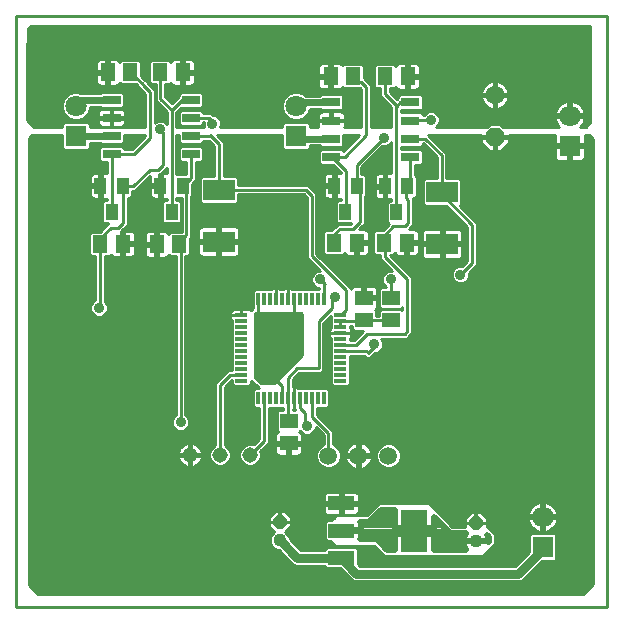
<source format=gtl>
G75*
G70*
%OFA0B0*%
%FSLAX24Y24*%
%IPPOS*%
%LPD*%
%AMOC8*
5,1,8,0,0,1.08239X$1,22.5*
%
%ADD10C,0.0100*%
%ADD11R,0.0433X0.0118*%
%ADD12R,0.0118X0.0433*%
%ADD13R,0.0591X0.0512*%
%ADD14C,0.0594*%
%ADD15R,0.0880X0.0480*%
%ADD16R,0.0866X0.1417*%
%ADD17OC8,0.0436*%
%ADD18C,0.0436*%
%ADD19R,0.0394X0.0551*%
%ADD20R,0.0512X0.0591*%
%ADD21R,0.0709X0.0709*%
%ADD22C,0.0709*%
%ADD23OC8,0.0630*%
%ADD24C,0.0630*%
%ADD25R,0.1063X0.0709*%
%ADD26C,0.0515*%
%ADD27R,0.0591X0.0315*%
%ADD28C,0.0360*%
%ADD29C,0.0210*%
%ADD30C,0.0300*%
%ADD31C,0.0240*%
D10*
X004627Y007324D02*
X024312Y007324D01*
X024312Y027009D01*
X004627Y027009D01*
X004627Y007324D01*
X005177Y007915D02*
X023682Y007915D01*
X023584Y007817D02*
X005276Y007817D01*
X005335Y007757D02*
X005060Y008033D01*
X005060Y022954D01*
X005138Y023033D01*
X006154Y023033D01*
X006154Y022605D01*
X006219Y022541D01*
X007019Y022541D01*
X007083Y022605D01*
X007083Y022787D01*
X007425Y022787D01*
X007463Y022750D01*
X008145Y022750D01*
X008209Y022814D01*
X008209Y023033D01*
X008915Y023033D01*
X008915Y023020D01*
X008470Y022575D01*
X008209Y022575D01*
X008209Y022618D01*
X008145Y022682D01*
X007463Y022682D01*
X007398Y022618D01*
X007398Y022212D01*
X007463Y022147D01*
X007644Y022147D01*
X007644Y021773D01*
X007478Y021773D01*
X007478Y021396D01*
X007381Y021396D01*
X007381Y021299D01*
X007478Y021299D01*
X007478Y020922D01*
X007644Y020922D01*
X007644Y020867D01*
X007561Y020867D01*
X007497Y020803D01*
X007497Y020161D01*
X007561Y020096D01*
X007684Y020096D01*
X007408Y019820D01*
X007128Y019820D01*
X007064Y019756D01*
X007064Y019074D01*
X007128Y019009D01*
X007262Y019009D01*
X007262Y017549D01*
X007218Y017531D01*
X007137Y017449D01*
X007092Y017343D01*
X007092Y017227D01*
X007137Y017121D01*
X007218Y017039D01*
X007325Y016995D01*
X007440Y016995D01*
X007547Y017039D01*
X007628Y017121D01*
X007672Y017227D01*
X007672Y017343D01*
X007628Y017449D01*
X007582Y017496D01*
X007582Y019009D01*
X007731Y019009D01*
X007783Y019061D01*
X007802Y019027D01*
X007830Y018999D01*
X007864Y018980D01*
X007902Y018969D01*
X008128Y018969D01*
X008128Y019365D01*
X008228Y019365D01*
X008228Y019465D01*
X008128Y019465D01*
X008128Y019851D01*
X008172Y019896D01*
X008338Y020061D01*
X008338Y020962D01*
X008420Y020962D01*
X008485Y021027D01*
X008485Y021188D01*
X008598Y021188D01*
X008692Y021282D01*
X009095Y021684D01*
X009093Y021681D01*
X009083Y021643D01*
X009083Y021396D01*
X009381Y021396D01*
X009381Y021299D01*
X009478Y021299D01*
X009478Y020922D01*
X009644Y020922D01*
X009644Y020867D01*
X009561Y020867D01*
X009497Y020803D01*
X009497Y020161D01*
X009561Y020096D01*
X010046Y020096D01*
X010111Y020161D01*
X010111Y020803D01*
X010046Y020867D01*
X009964Y020867D01*
X009964Y020962D01*
X010136Y020962D01*
X010136Y019812D01*
X009758Y019812D01*
X009707Y019761D01*
X009688Y019794D01*
X009660Y019822D01*
X009625Y019842D01*
X009587Y019852D01*
X009362Y019852D01*
X009362Y019457D01*
X009262Y019457D01*
X009262Y019852D01*
X009036Y019852D01*
X008998Y019842D01*
X008964Y019822D01*
X008936Y019794D01*
X008916Y019760D01*
X008906Y019722D01*
X008906Y019457D01*
X009262Y019457D01*
X009262Y019357D01*
X009362Y019357D01*
X009362Y018962D01*
X009587Y018962D01*
X009625Y018972D01*
X009660Y018992D01*
X009688Y019020D01*
X009707Y019053D01*
X009758Y019002D01*
X009939Y019002D01*
X009939Y013714D01*
X009935Y013712D01*
X009853Y013630D01*
X009809Y013524D01*
X009809Y013408D01*
X009853Y013302D01*
X009935Y013220D01*
X010041Y013176D01*
X010157Y013176D01*
X010263Y013220D01*
X010345Y013302D01*
X010389Y013408D01*
X010389Y013524D01*
X010345Y013630D01*
X010263Y013712D01*
X010259Y013714D01*
X010259Y019002D01*
X010361Y019002D01*
X010426Y019066D01*
X010426Y019629D01*
X010456Y019660D01*
X010456Y020998D01*
X010485Y021027D01*
X010485Y021428D01*
X010602Y021545D01*
X010602Y022147D01*
X010782Y022147D01*
X010847Y022212D01*
X010847Y022618D01*
X010782Y022682D01*
X010101Y022682D01*
X010036Y022618D01*
X010036Y022212D01*
X010101Y022147D01*
X010282Y022147D01*
X010282Y021733D01*
X009964Y021733D01*
X009964Y023033D01*
X010036Y023033D01*
X010036Y022814D01*
X010101Y022750D01*
X010782Y022750D01*
X010847Y022814D01*
X010847Y022857D01*
X011033Y022857D01*
X011219Y022671D01*
X011219Y021690D01*
X010801Y021690D01*
X010737Y021626D01*
X010737Y020826D01*
X010801Y020761D01*
X011956Y020761D01*
X012020Y020826D01*
X012020Y021066D01*
X014202Y021066D01*
X014309Y020959D01*
X014309Y018951D01*
X014740Y018520D01*
X014687Y018520D01*
X014580Y018476D01*
X014499Y018394D01*
X014455Y018287D01*
X014455Y018172D01*
X014499Y018065D01*
X014580Y017984D01*
X014687Y017940D01*
X014720Y017940D01*
X014720Y017915D01*
X013841Y017915D01*
X013831Y017925D01*
X013797Y017945D01*
X013759Y017955D01*
X013680Y017955D01*
X013601Y017955D01*
X013563Y017945D01*
X013529Y017925D01*
X013519Y017915D01*
X013441Y017915D01*
X013431Y017925D01*
X013397Y017945D01*
X013359Y017955D01*
X013280Y017955D01*
X013201Y017955D01*
X013163Y017945D01*
X013129Y017925D01*
X013119Y017915D01*
X012576Y017915D01*
X012511Y017850D01*
X012511Y017326D01*
X012520Y017317D01*
X012520Y017287D01*
X012513Y017287D01*
X012441Y017215D01*
X012439Y017217D01*
X012405Y017237D01*
X012366Y017247D01*
X012130Y017247D01*
X011894Y017247D01*
X011856Y017237D01*
X011821Y017217D01*
X011794Y017190D01*
X011774Y017155D01*
X011764Y017117D01*
X011764Y017038D01*
X011764Y016960D01*
X011774Y016921D01*
X011794Y016887D01*
X011804Y016877D01*
X011804Y015198D01*
X011684Y015198D01*
X011590Y015105D01*
X011254Y014768D01*
X011254Y012715D01*
X011206Y012695D01*
X011102Y012591D01*
X011047Y012456D01*
X011047Y012310D01*
X011102Y012175D01*
X011206Y012072D01*
X011341Y012016D01*
X011487Y012016D01*
X011622Y012072D01*
X011726Y012175D01*
X011781Y012310D01*
X011781Y012456D01*
X011726Y012591D01*
X011622Y012695D01*
X011574Y012715D01*
X011574Y014636D01*
X011804Y014866D01*
X011804Y014734D01*
X011868Y014669D01*
X012392Y014669D01*
X012457Y014734D01*
X012457Y014858D01*
X012616Y014699D01*
X012700Y014615D01*
X012576Y014615D01*
X012511Y014550D01*
X012511Y014026D01*
X012576Y013962D01*
X012720Y013962D01*
X012720Y012916D01*
X012535Y012731D01*
X012487Y012751D01*
X012341Y012751D01*
X012206Y012695D01*
X012102Y012591D01*
X012047Y012456D01*
X012047Y012310D01*
X012102Y012175D01*
X012206Y012072D01*
X012341Y012016D01*
X012487Y012016D01*
X012622Y012072D01*
X012726Y012175D01*
X012781Y012310D01*
X012781Y012456D01*
X012762Y012505D01*
X013040Y012783D01*
X013040Y013962D01*
X013520Y013962D01*
X013520Y013879D01*
X013364Y013879D01*
X013300Y013815D01*
X013300Y013212D01*
X013351Y013160D01*
X013318Y013141D01*
X013290Y013113D01*
X013270Y013079D01*
X013260Y013041D01*
X013260Y012815D01*
X013655Y012815D01*
X013655Y012715D01*
X013260Y012715D01*
X013260Y012490D01*
X013270Y012451D01*
X013290Y012417D01*
X013318Y012389D01*
X013352Y012369D01*
X013390Y012359D01*
X013655Y012359D01*
X013655Y012715D01*
X013755Y012715D01*
X013755Y012359D01*
X014020Y012359D01*
X014058Y012369D01*
X014093Y012389D01*
X014121Y012417D01*
X014140Y012451D01*
X014151Y012490D01*
X014151Y012715D01*
X013755Y012715D01*
X013755Y012815D01*
X014151Y012815D01*
X014151Y013041D01*
X014140Y013079D01*
X014121Y013113D01*
X014093Y013141D01*
X014059Y013160D01*
X014074Y013175D01*
X014147Y013102D01*
X014254Y013058D01*
X014369Y013058D01*
X014476Y013102D01*
X014557Y013184D01*
X014602Y013290D01*
X014602Y013304D01*
X014872Y013034D01*
X014872Y012730D01*
X014802Y012701D01*
X014687Y012586D01*
X014625Y012437D01*
X014625Y012275D01*
X014687Y012125D01*
X014802Y012011D01*
X014951Y011949D01*
X015113Y011949D01*
X015263Y012011D01*
X015377Y012125D01*
X015439Y012275D01*
X015439Y012437D01*
X015377Y012586D01*
X015263Y012701D01*
X015192Y012730D01*
X015192Y013166D01*
X014640Y013718D01*
X014640Y013962D01*
X014985Y013962D01*
X015049Y014026D01*
X015049Y014550D01*
X014985Y014615D01*
X014041Y014615D01*
X014031Y014625D01*
X013997Y014645D01*
X013959Y014655D01*
X013880Y014655D01*
X013842Y014655D01*
X013842Y014896D01*
X014063Y015117D01*
X014772Y015117D01*
X014865Y015211D01*
X014865Y016786D01*
X015104Y017024D01*
X015104Y016600D01*
X015094Y016590D01*
X015074Y016555D01*
X015064Y016517D01*
X015064Y016438D01*
X015064Y016360D01*
X015074Y016321D01*
X015094Y016287D01*
X015104Y016277D01*
X015104Y014734D01*
X015168Y014669D01*
X015692Y014669D01*
X015757Y014734D01*
X015757Y015678D01*
X016243Y015678D01*
X016293Y015629D01*
X016425Y015629D01*
X016519Y015723D01*
X016571Y015774D01*
X016613Y015774D01*
X016720Y015819D01*
X016802Y015900D01*
X016846Y016007D01*
X016846Y016122D01*
X016802Y016229D01*
X016772Y016259D01*
X017646Y016259D01*
X017724Y016337D01*
X017818Y016431D01*
X017818Y018296D01*
X017070Y019044D01*
X017070Y019053D01*
X017196Y019053D01*
X017247Y019104D01*
X017266Y019071D01*
X017294Y019043D01*
X017329Y019023D01*
X017367Y019013D01*
X017592Y019013D01*
X017592Y019408D01*
X017692Y019408D01*
X017692Y019013D01*
X017918Y019013D01*
X017956Y019023D01*
X017990Y019043D01*
X018018Y019071D01*
X018038Y019105D01*
X018048Y019143D01*
X018048Y019408D01*
X017692Y019408D01*
X017692Y019508D01*
X018048Y019508D01*
X018048Y019773D01*
X018038Y019811D01*
X018018Y019845D01*
X017990Y019873D01*
X017956Y019893D01*
X017918Y019903D01*
X017708Y019903D01*
X017739Y019935D01*
X017857Y020053D01*
X017857Y020934D01*
X017837Y020954D01*
X017904Y020954D01*
X017969Y021019D01*
X017969Y021661D01*
X017924Y021706D01*
X017924Y022057D01*
X018105Y022057D01*
X018170Y022121D01*
X018170Y022527D01*
X018105Y022592D01*
X017448Y022592D01*
X018345Y022592D01*
X018247Y022690D02*
X018136Y022690D01*
X018105Y022659D02*
X017448Y022659D01*
X017448Y022592D01*
X017128Y022592D02*
X016735Y022592D01*
X016809Y022666D02*
X016813Y022664D01*
X016928Y022664D01*
X017035Y022708D01*
X017117Y022790D01*
X017128Y022818D01*
X017128Y021766D01*
X016962Y021766D01*
X016962Y021388D01*
X016866Y021388D01*
X016866Y021292D01*
X016567Y021292D01*
X016567Y021045D01*
X016577Y021006D01*
X016597Y020972D01*
X016625Y020944D01*
X016659Y020925D01*
X016697Y020914D01*
X016866Y020914D01*
X016866Y021292D01*
X016962Y021292D01*
X016962Y020914D01*
X017128Y020914D01*
X017128Y020859D01*
X017046Y020859D01*
X016981Y020795D01*
X016981Y020153D01*
X017046Y020088D01*
X016844Y019886D01*
X016821Y019863D01*
X016593Y019863D01*
X016528Y019799D01*
X016528Y019117D01*
X016593Y019053D01*
X016750Y019053D01*
X016750Y018911D01*
X016844Y018818D01*
X017142Y018520D01*
X017049Y018520D01*
X016943Y018476D01*
X016861Y018394D01*
X016817Y018287D01*
X016817Y018172D01*
X016861Y018065D01*
X016937Y017989D01*
X016778Y017989D01*
X016713Y017925D01*
X016713Y017322D01*
X016778Y017258D01*
X017460Y017258D01*
X017498Y017296D01*
X017498Y017203D01*
X017460Y017241D01*
X016778Y017241D01*
X016713Y017177D01*
X016713Y017028D01*
X016618Y017028D01*
X016618Y017169D01*
X016567Y017220D01*
X016601Y017240D01*
X016629Y017268D01*
X016648Y017302D01*
X016658Y017340D01*
X016658Y017566D01*
X016263Y017566D01*
X016263Y017666D01*
X016163Y017666D01*
X016163Y018021D01*
X015898Y018021D01*
X015860Y018011D01*
X015826Y017991D01*
X015798Y017964D01*
X015778Y017929D01*
X015771Y017902D01*
X015771Y017942D01*
X015677Y018035D01*
X014629Y019083D01*
X014629Y021091D01*
X014535Y021185D01*
X014335Y021386D01*
X012020Y021386D01*
X012020Y021626D01*
X011956Y021690D01*
X011539Y021690D01*
X011539Y022804D01*
X011310Y023033D01*
X013481Y023033D01*
X013481Y022617D01*
X013546Y022553D01*
X014345Y022553D01*
X014410Y022617D01*
X014410Y022697D01*
X014748Y022697D01*
X014786Y022659D01*
X015467Y022659D01*
X015532Y022724D01*
X015532Y023033D01*
X016054Y023033D01*
X015532Y022511D01*
X015532Y022527D01*
X015467Y022592D01*
X014786Y022592D01*
X014721Y022527D01*
X014721Y022121D01*
X014786Y022057D01*
X015180Y022057D01*
X015451Y021786D01*
X015451Y021770D01*
X015438Y021773D01*
X015269Y021773D01*
X015269Y021396D01*
X015173Y021396D01*
X015173Y021299D01*
X015269Y021299D01*
X015269Y020922D01*
X015438Y020922D01*
X015451Y020926D01*
X015451Y020867D01*
X015353Y020867D01*
X015288Y020803D01*
X015288Y020161D01*
X015353Y020096D01*
X015794Y020096D01*
X015781Y020083D01*
X015348Y020083D01*
X015254Y019989D01*
X015128Y019863D01*
X014920Y019863D01*
X014855Y019799D01*
X014855Y019117D01*
X014920Y019053D01*
X015523Y019053D01*
X015574Y019104D01*
X015593Y019071D01*
X015621Y019043D01*
X015655Y019023D01*
X015693Y019013D01*
X015919Y019013D01*
X015919Y019408D01*
X016019Y019408D01*
X016019Y019013D01*
X016245Y019013D01*
X016283Y019023D01*
X016317Y019043D01*
X016345Y019071D01*
X016365Y019105D01*
X016375Y019143D01*
X016375Y019408D01*
X016019Y019408D01*
X016019Y019508D01*
X016375Y019508D01*
X016375Y019773D01*
X016365Y019811D01*
X016345Y019845D01*
X016317Y019873D01*
X016283Y019893D01*
X016245Y019903D01*
X016054Y019903D01*
X016150Y019999D01*
X016243Y020093D01*
X016243Y020994D01*
X016276Y021027D01*
X016276Y021669D01*
X016212Y021733D01*
X016129Y021733D01*
X016129Y021986D01*
X016809Y022666D01*
X016991Y022690D02*
X017128Y022690D01*
X017115Y022789D02*
X017128Y022789D01*
X017128Y022493D02*
X016636Y022493D01*
X016538Y022395D02*
X017128Y022395D01*
X017128Y022296D02*
X016439Y022296D01*
X016341Y022198D02*
X017128Y022198D01*
X017128Y022099D02*
X016242Y022099D01*
X016144Y022001D02*
X017128Y022001D01*
X017128Y021902D02*
X016129Y021902D01*
X016129Y021804D02*
X017128Y021804D01*
X016962Y021705D02*
X016866Y021705D01*
X016866Y021766D02*
X016866Y021388D01*
X016567Y021388D01*
X016567Y021635D01*
X016577Y021673D01*
X016597Y021708D01*
X016625Y021736D01*
X016659Y021755D01*
X016697Y021766D01*
X016866Y021766D01*
X016866Y021607D02*
X016962Y021607D01*
X016962Y021508D02*
X016866Y021508D01*
X016866Y021410D02*
X016962Y021410D01*
X016866Y021311D02*
X016276Y021311D01*
X016276Y021213D02*
X016567Y021213D01*
X016567Y021114D02*
X016276Y021114D01*
X016265Y021016D02*
X016575Y021016D01*
X016687Y020917D02*
X016243Y020917D01*
X016243Y020819D02*
X017005Y020819D01*
X016981Y020720D02*
X016243Y020720D01*
X016243Y020622D02*
X016981Y020622D01*
X016981Y020523D02*
X016243Y020523D01*
X016243Y020425D02*
X016981Y020425D01*
X016981Y020326D02*
X016243Y020326D01*
X016243Y020228D02*
X016981Y020228D01*
X017005Y020129D02*
X016243Y020129D01*
X016181Y020031D02*
X016989Y020031D01*
X017046Y020088D02*
X017046Y020088D01*
X017186Y020001D02*
X016910Y019726D01*
X016910Y019474D01*
X016894Y019458D01*
X016910Y019442D01*
X016910Y018978D01*
X017658Y018230D01*
X017658Y016497D01*
X017579Y016419D01*
X016319Y016419D01*
X015939Y016038D01*
X015430Y016038D01*
X015430Y015838D02*
X016309Y015838D01*
X016359Y015789D01*
X016556Y015986D01*
X016556Y016064D01*
X016664Y015795D02*
X023839Y015795D01*
X023839Y015697D02*
X016493Y015697D01*
X016795Y015894D02*
X023839Y015894D01*
X023839Y015992D02*
X016840Y015992D01*
X016846Y016091D02*
X023839Y016091D01*
X023839Y016189D02*
X016818Y016189D01*
X016176Y016502D02*
X016159Y016485D01*
X015797Y016485D01*
X015797Y016517D02*
X015786Y016555D01*
X015767Y016590D01*
X015757Y016600D01*
X015757Y016678D01*
X015808Y016678D01*
X015808Y016566D01*
X015872Y016502D01*
X016176Y016502D01*
X016159Y016485D02*
X015873Y016198D01*
X015757Y016198D01*
X015757Y016277D01*
X015767Y016287D01*
X015786Y016321D01*
X015797Y016360D01*
X015797Y016438D01*
X015430Y016438D01*
X015064Y016438D01*
X015430Y016438D01*
X015430Y016438D01*
X015430Y016438D01*
X015797Y016438D01*
X015797Y016517D01*
X015808Y016583D02*
X015770Y016583D01*
X015797Y016386D02*
X016061Y016386D01*
X015962Y016288D02*
X015767Y016288D01*
X015430Y016638D02*
X015430Y016838D01*
X016184Y016838D01*
X016213Y016868D01*
X017111Y016868D01*
X017119Y016875D01*
X016713Y017076D02*
X016618Y017076D01*
X016613Y017174D02*
X016713Y017174D01*
X016763Y017273D02*
X016631Y017273D01*
X016658Y017371D02*
X016713Y017371D01*
X016713Y017470D02*
X016658Y017470D01*
X016713Y017568D02*
X016263Y017568D01*
X016263Y017666D02*
X016658Y017666D01*
X016658Y017891D01*
X016648Y017929D01*
X016629Y017964D01*
X016601Y017991D01*
X016566Y018011D01*
X016528Y018021D01*
X016263Y018021D01*
X016263Y017666D01*
X016263Y017667D02*
X016163Y017667D01*
X016163Y017765D02*
X016263Y017765D01*
X016263Y017864D02*
X016163Y017864D01*
X016163Y017962D02*
X016263Y017962D01*
X016629Y017962D02*
X016751Y017962D01*
X016713Y017864D02*
X016658Y017864D01*
X016658Y017765D02*
X016713Y017765D01*
X016713Y017667D02*
X016658Y017667D01*
X016866Y018061D02*
X015652Y018061D01*
X015553Y018159D02*
X016822Y018159D01*
X016817Y018258D02*
X015455Y018258D01*
X015356Y018356D02*
X016845Y018356D01*
X016922Y018455D02*
X015258Y018455D01*
X015159Y018553D02*
X017108Y018553D01*
X017010Y018652D02*
X015061Y018652D01*
X014962Y018750D02*
X016911Y018750D01*
X016813Y018849D02*
X014864Y018849D01*
X014765Y018947D02*
X016750Y018947D01*
X016750Y019046D02*
X016320Y019046D01*
X016375Y019144D02*
X016528Y019144D01*
X016528Y019243D02*
X016375Y019243D01*
X016375Y019341D02*
X016528Y019341D01*
X016528Y019440D02*
X016019Y019440D01*
X016019Y019341D02*
X015919Y019341D01*
X015919Y019243D02*
X016019Y019243D01*
X016019Y019144D02*
X015919Y019144D01*
X015919Y019046D02*
X016019Y019046D01*
X016375Y019538D02*
X016528Y019538D01*
X016528Y019637D02*
X016375Y019637D01*
X016375Y019735D02*
X016528Y019735D01*
X016563Y019834D02*
X016352Y019834D01*
X016083Y019932D02*
X016890Y019932D01*
X017186Y020001D02*
X017579Y020001D01*
X017697Y020119D01*
X017697Y020868D01*
X017619Y020946D01*
X017619Y021301D01*
X017764Y021446D01*
X017764Y022324D01*
X017924Y022001D02*
X018640Y022001D01*
X018640Y022099D02*
X018148Y022099D01*
X018170Y022198D02*
X018640Y022198D01*
X018640Y022296D02*
X018170Y022296D01*
X018170Y022395D02*
X018542Y022395D01*
X018640Y022297D02*
X018171Y022767D01*
X018170Y022767D01*
X018170Y022724D01*
X018105Y022659D01*
X018170Y022493D02*
X018444Y022493D01*
X018640Y022297D02*
X018640Y021611D01*
X018238Y021611D01*
X018174Y021547D01*
X018174Y020747D01*
X018238Y020683D01*
X018955Y020683D01*
X019663Y019974D01*
X019663Y018847D01*
X019492Y018675D01*
X019487Y018677D01*
X019372Y018677D01*
X019265Y018633D01*
X019184Y018551D01*
X019140Y018445D01*
X019140Y018330D01*
X019184Y018223D01*
X019265Y018141D01*
X019372Y018097D01*
X019487Y018097D01*
X019594Y018141D01*
X019676Y018223D01*
X019720Y018330D01*
X019720Y018445D01*
X019718Y018449D01*
X019983Y018715D01*
X019983Y020107D01*
X019890Y020201D01*
X019400Y020690D01*
X019457Y020747D01*
X019457Y021547D01*
X019393Y021611D01*
X018960Y021611D01*
X018960Y022430D01*
X018866Y022524D01*
X018357Y023033D01*
X020110Y023033D01*
X020110Y023009D01*
X020545Y023009D01*
X020545Y022949D01*
X020110Y022949D01*
X020110Y022786D01*
X020383Y022514D01*
X020545Y022514D01*
X020545Y022949D01*
X020605Y022949D01*
X020605Y023009D01*
X021040Y023009D01*
X021040Y023033D01*
X022567Y023033D01*
X022567Y022732D01*
X023021Y022732D01*
X023021Y022632D01*
X023121Y022632D01*
X023121Y022178D01*
X023446Y022178D01*
X023484Y022188D01*
X023518Y022208D01*
X023546Y022236D01*
X023566Y022270D01*
X023576Y022308D01*
X023576Y022632D01*
X023121Y022632D01*
X023121Y022732D01*
X023576Y022732D01*
X023576Y023033D01*
X023721Y023033D01*
X023839Y022915D01*
X023839Y008072D01*
X023524Y007757D01*
X005335Y007757D01*
X005079Y008014D02*
X023781Y008014D01*
X023839Y008112D02*
X005060Y008112D01*
X005060Y008211D02*
X015813Y008211D01*
X015818Y008206D02*
X015913Y008167D01*
X021411Y008167D01*
X021506Y008206D01*
X021579Y008279D01*
X022152Y008852D01*
X022566Y008852D01*
X022630Y008916D01*
X022630Y009716D01*
X022566Y009781D01*
X021766Y009781D01*
X021702Y009716D01*
X021702Y009137D01*
X021251Y008687D01*
X016073Y008687D01*
X016008Y008752D01*
X016008Y009231D01*
X015943Y009296D01*
X014972Y009296D01*
X014908Y009231D01*
X014908Y009206D01*
X014105Y009206D01*
X013734Y009576D01*
X013734Y009602D01*
X013684Y009723D01*
X013592Y009815D01*
X013591Y009815D01*
X013774Y009999D01*
X013774Y010142D01*
X013415Y010142D01*
X013415Y010160D01*
X013397Y010160D01*
X013397Y010142D01*
X013038Y010142D01*
X013038Y009999D01*
X013221Y009815D01*
X013220Y009815D01*
X013128Y009723D01*
X013078Y009602D01*
X013078Y009472D01*
X013128Y009351D01*
X013220Y009259D01*
X013341Y009209D01*
X013367Y009209D01*
X013850Y008725D01*
X013945Y008686D01*
X014908Y008686D01*
X014908Y008660D01*
X014972Y008596D01*
X015428Y008596D01*
X015818Y008206D01*
X015715Y008309D02*
X005060Y008309D01*
X005060Y008408D02*
X015616Y008408D01*
X015518Y008506D02*
X005060Y008506D01*
X005060Y008605D02*
X014963Y008605D01*
X014971Y009294D02*
X014016Y009294D01*
X013918Y009393D02*
X015207Y009393D01*
X015246Y009353D02*
X016545Y009353D01*
X016774Y009125D01*
X016900Y008999D01*
X020188Y008999D01*
X020464Y009275D01*
X020590Y009401D01*
X020590Y009736D01*
X020472Y009854D01*
X020346Y009980D01*
X020310Y009980D01*
X020310Y010107D01*
X019951Y010107D01*
X019951Y010125D01*
X019932Y010125D01*
X019932Y010107D01*
X019573Y010107D01*
X019573Y009980D01*
X019164Y009980D01*
X018503Y010642D01*
X018377Y010768D01*
X016703Y010768D01*
X016309Y010374D01*
X015286Y010374D01*
X015207Y010295D01*
X015117Y010206D01*
X014972Y010206D01*
X014908Y010141D01*
X014908Y009570D01*
X014972Y009506D01*
X015094Y009506D01*
X015246Y009353D01*
X015108Y009491D02*
X013819Y009491D01*
X013734Y009590D02*
X014908Y009590D01*
X014908Y009688D02*
X013699Y009688D01*
X013620Y009787D02*
X014908Y009787D01*
X014908Y009885D02*
X013661Y009885D01*
X013759Y009984D02*
X014908Y009984D01*
X014908Y010082D02*
X013774Y010082D01*
X013774Y010160D02*
X013774Y010303D01*
X013559Y010519D01*
X013415Y010519D01*
X013415Y010160D01*
X013774Y010160D01*
X013774Y010181D02*
X014947Y010181D01*
X014998Y010376D02*
X015408Y010376D01*
X015408Y010716D01*
X014868Y010716D01*
X014868Y010506D01*
X014878Y010468D01*
X014898Y010434D01*
X014926Y010406D01*
X014960Y010386D01*
X014998Y010376D01*
X014991Y010378D02*
X013700Y010378D01*
X013774Y010279D02*
X015191Y010279D01*
X015408Y010378D02*
X015508Y010378D01*
X015508Y010376D02*
X015918Y010376D01*
X015956Y010386D01*
X015990Y010406D01*
X016018Y010434D01*
X016038Y010468D01*
X016048Y010506D01*
X016048Y010716D01*
X015508Y010716D01*
X015508Y010816D01*
X015408Y010816D01*
X015408Y011156D01*
X014998Y011156D01*
X014960Y011145D01*
X014926Y011126D01*
X014898Y011098D01*
X014878Y011064D01*
X014868Y011025D01*
X014868Y010816D01*
X015408Y010816D01*
X015408Y010716D01*
X015508Y010716D01*
X015508Y010376D01*
X015508Y010476D02*
X015408Y010476D01*
X015408Y010575D02*
X015508Y010575D01*
X015508Y010673D02*
X015408Y010673D01*
X015408Y010772D02*
X005060Y010772D01*
X005060Y010870D02*
X014868Y010870D01*
X014868Y010969D02*
X005060Y010969D01*
X005060Y011067D02*
X014880Y011067D01*
X014868Y010673D02*
X005060Y010673D01*
X005060Y010575D02*
X014868Y010575D01*
X014876Y010476D02*
X013601Y010476D01*
X013415Y010476D02*
X013397Y010476D01*
X013397Y010519D02*
X013254Y010519D01*
X013038Y010303D01*
X013038Y010160D01*
X013397Y010160D01*
X013397Y010519D01*
X013397Y010378D02*
X013415Y010378D01*
X013415Y010279D02*
X013397Y010279D01*
X013397Y010181D02*
X013415Y010181D01*
X013211Y010476D02*
X005060Y010476D01*
X005060Y010378D02*
X013112Y010378D01*
X013038Y010279D02*
X005060Y010279D01*
X005060Y010181D02*
X013038Y010181D01*
X013038Y010082D02*
X005060Y010082D01*
X005060Y009984D02*
X013053Y009984D01*
X013151Y009885D02*
X005060Y009885D01*
X005060Y009787D02*
X013192Y009787D01*
X013114Y009688D02*
X005060Y009688D01*
X005060Y009590D02*
X013078Y009590D01*
X013078Y009491D02*
X005060Y009491D01*
X005060Y009393D02*
X013111Y009393D01*
X013185Y009294D02*
X005060Y009294D01*
X005060Y009196D02*
X013380Y009196D01*
X013478Y009097D02*
X005060Y009097D01*
X005060Y008999D02*
X013577Y008999D01*
X013675Y008900D02*
X005060Y008900D01*
X005060Y008802D02*
X013774Y008802D01*
X013903Y008703D02*
X005060Y008703D01*
X005060Y011166D02*
X023839Y011166D01*
X023839Y011264D02*
X005060Y011264D01*
X005060Y011363D02*
X023839Y011363D01*
X023839Y011461D02*
X005060Y011461D01*
X005060Y011560D02*
X023839Y011560D01*
X023839Y011658D02*
X005060Y011658D01*
X005060Y011757D02*
X023839Y011757D01*
X023839Y011855D02*
X005060Y011855D01*
X005060Y011954D02*
X014939Y011954D01*
X015125Y011954D02*
X015837Y011954D01*
X015861Y011942D02*
X015798Y011974D01*
X015741Y012015D01*
X015691Y012065D01*
X015650Y012122D01*
X015618Y012184D01*
X015596Y012251D01*
X015587Y012307D01*
X015984Y012307D01*
X016081Y012307D01*
X016081Y012404D01*
X016477Y012404D01*
X016468Y012460D01*
X016446Y012527D01*
X016414Y012590D01*
X016373Y012647D01*
X016323Y012697D01*
X016266Y012738D01*
X016204Y012770D01*
X016137Y012792D01*
X016081Y012800D01*
X016081Y012404D01*
X015984Y012404D01*
X015984Y012800D01*
X015927Y012792D01*
X015861Y012770D01*
X015798Y012738D01*
X015741Y012697D01*
X015691Y012647D01*
X015650Y012590D01*
X015618Y012527D01*
X015596Y012460D01*
X015587Y012404D01*
X015984Y012404D01*
X015984Y012307D01*
X015984Y011911D01*
X015927Y011920D01*
X015861Y011942D01*
X015984Y011954D02*
X016081Y011954D01*
X016081Y011911D02*
X016137Y011920D01*
X016204Y011942D01*
X016266Y011974D01*
X016323Y012015D01*
X016373Y012065D01*
X016414Y012122D01*
X016446Y012184D01*
X016468Y012251D01*
X016477Y012307D01*
X016081Y012307D01*
X016081Y011911D01*
X016081Y012052D02*
X015984Y012052D01*
X015984Y012151D02*
X016081Y012151D01*
X016081Y012249D02*
X015984Y012249D01*
X015984Y012348D02*
X015439Y012348D01*
X015435Y012446D02*
X015594Y012446D01*
X015627Y012545D02*
X015394Y012545D01*
X015320Y012643D02*
X015689Y012643D01*
X015805Y012742D02*
X015192Y012742D01*
X015192Y012840D02*
X023839Y012840D01*
X023839Y012742D02*
X017163Y012742D01*
X017113Y012763D02*
X017263Y012701D01*
X017377Y012586D01*
X017439Y012437D01*
X017439Y012275D01*
X017377Y012125D01*
X017263Y012011D01*
X017113Y011949D01*
X016951Y011949D01*
X016802Y012011D01*
X016687Y012125D01*
X016625Y012275D01*
X016625Y012437D01*
X016687Y012586D01*
X016802Y012701D01*
X016951Y012763D01*
X017113Y012763D01*
X016901Y012742D02*
X016259Y012742D01*
X016376Y012643D02*
X016744Y012643D01*
X016670Y012545D02*
X016437Y012545D01*
X016470Y012446D02*
X016629Y012446D01*
X016625Y012348D02*
X016081Y012348D01*
X016081Y012446D02*
X015984Y012446D01*
X015984Y012545D02*
X016081Y012545D01*
X016081Y012643D02*
X015984Y012643D01*
X015984Y012742D02*
X016081Y012742D01*
X016467Y012249D02*
X016636Y012249D01*
X016677Y012151D02*
X016429Y012151D01*
X016361Y012052D02*
X016760Y012052D01*
X016939Y011954D02*
X016227Y011954D01*
X015704Y012052D02*
X015304Y012052D01*
X015388Y012151D02*
X015635Y012151D01*
X015597Y012249D02*
X015428Y012249D01*
X015032Y012356D02*
X015032Y013100D01*
X014480Y013652D01*
X014480Y014288D01*
X014640Y013924D02*
X023839Y013924D01*
X023839Y014022D02*
X015045Y014022D01*
X015049Y014121D02*
X023839Y014121D01*
X023839Y014219D02*
X015049Y014219D01*
X015049Y014318D02*
X023839Y014318D01*
X023839Y014416D02*
X015049Y014416D01*
X015049Y014515D02*
X023839Y014515D01*
X023839Y014613D02*
X014986Y014613D01*
X015126Y014712D02*
X013842Y014712D01*
X013880Y014655D02*
X013880Y014288D01*
X013880Y014288D01*
X013880Y013922D01*
X013840Y013922D01*
X013840Y013879D01*
X013920Y013879D01*
X013920Y013922D01*
X013880Y013922D01*
X013880Y014288D01*
X013880Y014649D01*
X014036Y014805D01*
X014863Y014805D01*
X015104Y014810D02*
X013842Y014810D01*
X013855Y014909D02*
X015104Y014909D01*
X015104Y015007D02*
X013953Y015007D01*
X014052Y015106D02*
X015104Y015106D01*
X015104Y015204D02*
X014859Y015204D01*
X014865Y015303D02*
X015104Y015303D01*
X015104Y015401D02*
X014865Y015401D01*
X014865Y015500D02*
X015104Y015500D01*
X015104Y015598D02*
X014865Y015598D01*
X014865Y015697D02*
X015104Y015697D01*
X015104Y015795D02*
X014865Y015795D01*
X014865Y015894D02*
X015104Y015894D01*
X015104Y015992D02*
X014865Y015992D01*
X014865Y016091D02*
X015104Y016091D01*
X015104Y016189D02*
X014865Y016189D01*
X014865Y016288D02*
X015093Y016288D01*
X015064Y016386D02*
X014865Y016386D01*
X014865Y016485D02*
X015064Y016485D01*
X015090Y016583D02*
X014865Y016583D01*
X014865Y016682D02*
X015104Y016682D01*
X015104Y016780D02*
X014865Y016780D01*
X014959Y016879D02*
X015104Y016879D01*
X015104Y016977D02*
X015057Y016977D01*
X015138Y017285D02*
X015138Y017560D01*
X015257Y017639D01*
X015138Y017285D02*
X014705Y016852D01*
X014705Y015277D01*
X013997Y015277D01*
X013682Y014962D01*
X013682Y014290D01*
X013680Y014288D01*
X013680Y014685D01*
X013480Y014691D02*
X013209Y014962D01*
X013353Y014909D02*
X012633Y014909D01*
X012579Y014962D02*
X012579Y017127D01*
X014115Y017127D01*
X014154Y017088D01*
X014154Y015710D01*
X013209Y014765D01*
X012776Y014765D01*
X012579Y014962D01*
X012579Y015007D02*
X013451Y015007D01*
X013550Y015106D02*
X012579Y015106D01*
X012579Y015204D02*
X013648Y015204D01*
X013747Y015303D02*
X012579Y015303D01*
X012579Y015401D02*
X013845Y015401D01*
X013944Y015500D02*
X012579Y015500D01*
X012579Y015598D02*
X014042Y015598D01*
X014141Y015697D02*
X012579Y015697D01*
X012579Y015795D02*
X014154Y015795D01*
X014154Y015894D02*
X012579Y015894D01*
X012579Y015992D02*
X014154Y015992D01*
X014154Y016091D02*
X012579Y016091D01*
X012579Y016189D02*
X014154Y016189D01*
X014154Y016288D02*
X012579Y016288D01*
X012579Y016386D02*
X014154Y016386D01*
X014154Y016485D02*
X012579Y016485D01*
X012579Y016583D02*
X014154Y016583D01*
X014154Y016682D02*
X012579Y016682D01*
X012579Y016780D02*
X014154Y016780D01*
X014154Y016879D02*
X012579Y016879D01*
X012579Y016977D02*
X014154Y016977D01*
X014154Y017076D02*
X012579Y017076D01*
X012498Y017273D02*
X010259Y017273D01*
X010259Y017371D02*
X012511Y017371D01*
X012511Y017470D02*
X010259Y017470D01*
X010259Y017568D02*
X012511Y017568D01*
X012511Y017667D02*
X010259Y017667D01*
X010259Y017765D02*
X012511Y017765D01*
X012524Y017864D02*
X010259Y017864D01*
X010259Y017962D02*
X014633Y017962D01*
X014504Y018061D02*
X010259Y018061D01*
X010259Y018159D02*
X014460Y018159D01*
X014455Y018258D02*
X010259Y018258D01*
X010259Y018356D02*
X014483Y018356D01*
X014560Y018455D02*
X010259Y018455D01*
X010259Y018553D02*
X014707Y018553D01*
X014608Y018652D02*
X010259Y018652D01*
X010259Y018750D02*
X014510Y018750D01*
X014411Y018849D02*
X010259Y018849D01*
X010259Y018947D02*
X014313Y018947D01*
X014309Y019046D02*
X012029Y019046D01*
X012030Y019047D02*
X012050Y019081D01*
X012060Y019119D01*
X012060Y019444D01*
X011429Y019444D01*
X011429Y019544D01*
X011329Y019544D01*
X011329Y019998D01*
X010827Y019998D01*
X010789Y019988D01*
X010755Y019968D01*
X010727Y019940D01*
X010707Y019906D01*
X010697Y019868D01*
X010697Y019544D01*
X011329Y019544D01*
X011329Y019444D01*
X011429Y019444D01*
X011429Y018989D01*
X011930Y018989D01*
X011968Y018999D01*
X012002Y019019D01*
X012030Y019047D01*
X012060Y019144D02*
X014309Y019144D01*
X014309Y019243D02*
X012060Y019243D01*
X012060Y019341D02*
X014309Y019341D01*
X014309Y019440D02*
X012060Y019440D01*
X012060Y019544D02*
X012060Y019868D01*
X012050Y019906D01*
X012030Y019940D01*
X012002Y019968D01*
X011968Y019988D01*
X011930Y019998D01*
X011429Y019998D01*
X011429Y019544D01*
X012060Y019544D01*
X012060Y019637D02*
X014309Y019637D01*
X014309Y019735D02*
X012060Y019735D01*
X012060Y019834D02*
X014309Y019834D01*
X014309Y019932D02*
X012035Y019932D01*
X011429Y019932D02*
X011329Y019932D01*
X011329Y019834D02*
X011429Y019834D01*
X011429Y019735D02*
X011329Y019735D01*
X011329Y019637D02*
X011429Y019637D01*
X011429Y019538D02*
X014309Y019538D01*
X014629Y019538D02*
X014855Y019538D01*
X014855Y019440D02*
X014629Y019440D01*
X014629Y019341D02*
X014855Y019341D01*
X014855Y019243D02*
X014629Y019243D01*
X014629Y019144D02*
X014855Y019144D01*
X014667Y019046D02*
X015618Y019046D01*
X015221Y019458D02*
X015221Y019730D01*
X015414Y019923D01*
X015847Y019923D01*
X016083Y020159D01*
X016083Y021261D01*
X015965Y021379D01*
X016044Y021458D01*
X016079Y021458D01*
X015969Y021348D01*
X015969Y022053D01*
X016871Y022954D01*
X017128Y023308D02*
X016440Y023308D01*
X016440Y024713D01*
X016346Y024807D01*
X016217Y024937D01*
X016217Y025350D01*
X016152Y025415D01*
X015550Y025415D01*
X015498Y025363D01*
X015479Y025397D01*
X015451Y025425D01*
X015417Y025444D01*
X015379Y025455D01*
X015153Y025455D01*
X015153Y025059D01*
X015053Y025059D01*
X015053Y024959D01*
X015153Y024959D01*
X015153Y024564D01*
X015379Y024564D01*
X015417Y024574D01*
X015451Y024594D01*
X015479Y024622D01*
X015498Y024655D01*
X015550Y024604D01*
X016097Y024604D01*
X016120Y024581D01*
X016120Y023308D01*
X015559Y023308D01*
X015562Y023314D01*
X015572Y023352D01*
X015572Y023500D01*
X015155Y023500D01*
X015155Y023558D01*
X015098Y023558D01*
X015098Y023836D01*
X014812Y023836D01*
X014773Y023826D01*
X014739Y023806D01*
X014711Y023779D01*
X014692Y023744D01*
X014681Y023706D01*
X014681Y023558D01*
X015098Y023558D01*
X015098Y023500D01*
X014681Y023500D01*
X014681Y023352D01*
X014692Y023314D01*
X014694Y023308D01*
X014410Y023308D01*
X014410Y023417D01*
X014345Y023481D01*
X013546Y023481D01*
X013481Y023417D01*
X013481Y023308D01*
X011427Y023308D01*
X011452Y023369D01*
X011452Y023484D01*
X011408Y023591D01*
X011326Y023672D01*
X011220Y023717D01*
X011177Y023717D01*
X011110Y023783D01*
X010847Y023783D01*
X010847Y023823D01*
X010782Y023887D01*
X010101Y023887D01*
X010036Y023823D01*
X010036Y023416D01*
X010101Y023352D01*
X010782Y023352D01*
X010847Y023416D01*
X010847Y023463D01*
X010872Y023463D01*
X010872Y023369D01*
X010897Y023308D01*
X009964Y023308D01*
X009964Y023813D01*
X010105Y023954D01*
X010782Y023954D01*
X010847Y024019D01*
X010847Y024425D01*
X010782Y024489D01*
X010101Y024489D01*
X010036Y024425D01*
X010036Y024338D01*
X009978Y024280D01*
X009804Y024106D01*
X009586Y024324D01*
X009586Y024734D01*
X009727Y024734D01*
X009779Y024785D01*
X009798Y024752D01*
X009826Y024724D01*
X009860Y024704D01*
X009898Y024694D01*
X010124Y024694D01*
X010124Y025089D01*
X010224Y025089D01*
X010224Y025189D01*
X010580Y025189D01*
X010580Y025454D01*
X010570Y025492D01*
X010550Y025527D01*
X010522Y025554D01*
X010488Y025574D01*
X010449Y025584D01*
X010224Y025584D01*
X010224Y025189D01*
X010124Y025189D01*
X010124Y025584D01*
X009898Y025584D01*
X009860Y025574D01*
X009826Y025554D01*
X009798Y025527D01*
X009779Y025493D01*
X009727Y025544D01*
X009124Y025544D01*
X009060Y025480D01*
X009060Y024798D01*
X009124Y024734D01*
X009266Y024734D01*
X009266Y024191D01*
X009644Y023813D01*
X009644Y023426D01*
X009594Y023476D01*
X009487Y023520D01*
X009372Y023520D01*
X009265Y023476D01*
X009235Y023446D01*
X009235Y024556D01*
X009142Y024650D01*
X008999Y024792D01*
X008999Y024796D01*
X008905Y024890D01*
X008796Y025000D01*
X008796Y025480D01*
X008731Y025544D01*
X008128Y025544D01*
X008077Y025493D01*
X008058Y025527D01*
X008030Y025554D01*
X007996Y025574D01*
X007957Y025584D01*
X007732Y025584D01*
X007732Y025189D01*
X007632Y025189D01*
X007632Y025584D01*
X007406Y025584D01*
X007368Y025574D01*
X007334Y025554D01*
X007306Y025527D01*
X007286Y025492D01*
X007276Y025454D01*
X007276Y025189D01*
X007632Y025189D01*
X007632Y025089D01*
X007732Y025089D01*
X007732Y024694D01*
X007957Y024694D01*
X007996Y024704D01*
X008030Y024724D01*
X008058Y024752D01*
X008077Y024785D01*
X008128Y024734D01*
X008609Y024734D01*
X008679Y024663D01*
X008679Y024660D01*
X004981Y024660D01*
X004981Y024562D02*
X008777Y024562D01*
X008679Y024660D02*
X008915Y024423D01*
X008915Y023308D01*
X007083Y023308D01*
X007083Y023405D01*
X007019Y023470D01*
X006219Y023470D01*
X006154Y023405D01*
X006154Y023308D01*
X005217Y023308D01*
X004981Y023545D01*
X004981Y025631D01*
X005020Y026616D01*
X005099Y026694D01*
X023760Y026694D01*
X023760Y023466D01*
X023603Y023308D01*
X023411Y023308D01*
X023456Y023354D01*
X023503Y023418D01*
X023539Y023489D01*
X023563Y023564D01*
X023574Y023632D01*
X023121Y023632D01*
X023121Y023732D01*
X023021Y023732D01*
X023021Y023632D01*
X022569Y023632D01*
X022580Y023564D01*
X022604Y023489D01*
X022640Y023418D01*
X022687Y023354D01*
X022732Y023308D01*
X020847Y023308D01*
X020751Y023404D01*
X020399Y023404D01*
X020304Y023308D01*
X018619Y023308D01*
X018691Y023380D01*
X020376Y023380D01*
X020775Y023380D02*
X022668Y023380D01*
X022609Y023478D02*
X018732Y023478D01*
X018735Y023487D02*
X018735Y023602D01*
X018691Y023709D01*
X018610Y023791D01*
X018503Y023835D01*
X018388Y023835D01*
X018281Y023791D01*
X018200Y023709D01*
X018198Y023705D01*
X018170Y023705D01*
X018170Y023732D01*
X018105Y023796D01*
X017448Y023796D01*
X017448Y023864D01*
X018105Y023864D01*
X018170Y023928D01*
X018170Y024334D01*
X018105Y024399D01*
X017424Y024399D01*
X017359Y024334D01*
X017359Y024295D01*
X017356Y024295D01*
X017304Y024243D01*
X017082Y024465D01*
X017082Y024596D01*
X017223Y024596D01*
X017275Y024647D01*
X017294Y024614D01*
X017322Y024586D01*
X017356Y024566D01*
X017394Y024556D01*
X017620Y024556D01*
X017620Y024951D01*
X017720Y024951D01*
X017720Y024556D01*
X017946Y024556D01*
X017984Y024566D01*
X018018Y024586D01*
X018046Y024614D01*
X018066Y024648D01*
X018076Y024686D01*
X018076Y024951D01*
X017720Y024951D01*
X017720Y025051D01*
X018076Y025051D01*
X018076Y025316D01*
X018066Y025355D01*
X018046Y025389D01*
X018018Y025417D01*
X017984Y025436D01*
X017946Y025447D01*
X017720Y025447D01*
X017720Y025051D01*
X017620Y025051D01*
X017620Y025447D01*
X017394Y025447D01*
X017356Y025436D01*
X017322Y025417D01*
X017294Y025389D01*
X017275Y025355D01*
X017223Y025407D01*
X016620Y025407D01*
X016556Y025342D01*
X016556Y024661D01*
X016620Y024596D01*
X016762Y024596D01*
X016762Y024333D01*
X017128Y023967D01*
X017128Y023308D01*
X017128Y023380D02*
X016440Y023380D01*
X016440Y023478D02*
X017128Y023478D01*
X017128Y023577D02*
X016440Y023577D01*
X016440Y023675D02*
X017128Y023675D01*
X017128Y023774D02*
X016440Y023774D01*
X016440Y023872D02*
X017128Y023872D01*
X017124Y023971D02*
X016440Y023971D01*
X016440Y024069D02*
X017025Y024069D01*
X016927Y024168D02*
X016440Y024168D01*
X016440Y024266D02*
X016828Y024266D01*
X016762Y024365D02*
X016440Y024365D01*
X016440Y024463D02*
X016762Y024463D01*
X016762Y024562D02*
X016440Y024562D01*
X016440Y024660D02*
X016556Y024660D01*
X016556Y024759D02*
X016395Y024759D01*
X016296Y024857D02*
X016556Y024857D01*
X016556Y024956D02*
X016217Y024956D01*
X016217Y025054D02*
X016556Y025054D01*
X016556Y025153D02*
X016217Y025153D01*
X016217Y025251D02*
X016556Y025251D01*
X016563Y025350D02*
X016217Y025350D01*
X015851Y025009D02*
X016044Y024816D01*
X016111Y024816D01*
X016280Y024647D01*
X016280Y023033D01*
X015571Y022324D01*
X015127Y022324D01*
X015138Y022324D01*
X015611Y021852D01*
X015611Y020497D01*
X015595Y020482D01*
X015288Y020523D02*
X014629Y020523D01*
X014629Y020425D02*
X015288Y020425D01*
X015288Y020326D02*
X014629Y020326D01*
X014629Y020228D02*
X015288Y020228D01*
X015320Y020129D02*
X014629Y020129D01*
X014629Y020031D02*
X015296Y020031D01*
X015197Y019932D02*
X014629Y019932D01*
X014629Y019834D02*
X014890Y019834D01*
X014855Y019735D02*
X014629Y019735D01*
X014629Y019637D02*
X014855Y019637D01*
X014309Y020031D02*
X010456Y020031D01*
X010456Y020129D02*
X014309Y020129D01*
X014309Y020228D02*
X010456Y020228D01*
X010456Y020326D02*
X014309Y020326D01*
X014309Y020425D02*
X010456Y020425D01*
X010456Y020523D02*
X014309Y020523D01*
X014309Y020622D02*
X010456Y020622D01*
X010456Y020720D02*
X014309Y020720D01*
X014309Y020819D02*
X012013Y020819D01*
X012020Y020917D02*
X014309Y020917D01*
X014252Y021016D02*
X012020Y021016D01*
X012020Y021410D02*
X014874Y021410D01*
X014874Y021396D02*
X015173Y021396D01*
X015173Y021773D01*
X015004Y021773D01*
X014966Y021763D01*
X014932Y021743D01*
X014904Y021716D01*
X014884Y021681D01*
X014874Y021643D01*
X014874Y021396D01*
X014874Y021299D02*
X014874Y021053D01*
X014884Y021014D01*
X014904Y020980D01*
X014932Y020952D01*
X014966Y020932D01*
X015004Y020922D01*
X015173Y020922D01*
X015173Y021299D01*
X014874Y021299D01*
X014874Y021213D02*
X014508Y021213D01*
X014606Y021114D02*
X014874Y021114D01*
X014884Y021016D02*
X014629Y021016D01*
X014629Y020917D02*
X015451Y020917D01*
X015304Y020819D02*
X014629Y020819D01*
X014629Y020720D02*
X015288Y020720D01*
X015288Y020622D02*
X014629Y020622D01*
X014469Y021025D02*
X014469Y019017D01*
X015611Y017875D01*
X015611Y017206D01*
X015453Y017049D01*
X015440Y017049D01*
X015430Y017038D01*
X015453Y017062D01*
X014880Y017588D02*
X014880Y018050D01*
X014902Y018072D01*
X014745Y018230D01*
X015750Y017962D02*
X015797Y017962D01*
X017107Y018230D02*
X017107Y017635D01*
X017119Y017623D01*
X017475Y017273D02*
X017498Y017273D01*
X017818Y017273D02*
X023839Y017273D01*
X023839Y017371D02*
X017818Y017371D01*
X017818Y017470D02*
X023839Y017470D01*
X023839Y017568D02*
X017818Y017568D01*
X017818Y017667D02*
X023839Y017667D01*
X023839Y017765D02*
X017818Y017765D01*
X017818Y017864D02*
X023839Y017864D01*
X023839Y017962D02*
X017818Y017962D01*
X017818Y018061D02*
X023839Y018061D01*
X023839Y018159D02*
X019612Y018159D01*
X019690Y018258D02*
X023839Y018258D01*
X023839Y018356D02*
X019720Y018356D01*
X019724Y018455D02*
X023839Y018455D01*
X023839Y018553D02*
X019822Y018553D01*
X019921Y018652D02*
X023839Y018652D01*
X023839Y018750D02*
X019983Y018750D01*
X019983Y018849D02*
X023839Y018849D01*
X023839Y018947D02*
X019983Y018947D01*
X019983Y019046D02*
X023839Y019046D01*
X023839Y019144D02*
X019983Y019144D01*
X019983Y019243D02*
X023839Y019243D01*
X023839Y019341D02*
X019983Y019341D01*
X019983Y019440D02*
X023839Y019440D01*
X023839Y019538D02*
X019983Y019538D01*
X019983Y019637D02*
X023839Y019637D01*
X023839Y019735D02*
X019983Y019735D01*
X019983Y019834D02*
X023839Y019834D01*
X023839Y019932D02*
X019983Y019932D01*
X019983Y020031D02*
X023839Y020031D01*
X023839Y020129D02*
X019961Y020129D01*
X019863Y020228D02*
X023839Y020228D01*
X023839Y020326D02*
X019764Y020326D01*
X019666Y020425D02*
X023839Y020425D01*
X023839Y020523D02*
X019567Y020523D01*
X019469Y020622D02*
X023839Y020622D01*
X023839Y020720D02*
X019430Y020720D01*
X019457Y020819D02*
X023839Y020819D01*
X023839Y020917D02*
X019457Y020917D01*
X019457Y021016D02*
X023839Y021016D01*
X023839Y021114D02*
X019457Y021114D01*
X019457Y021213D02*
X023839Y021213D01*
X023839Y021311D02*
X019457Y021311D01*
X019457Y021410D02*
X023839Y021410D01*
X023839Y021508D02*
X019457Y021508D01*
X019397Y021607D02*
X023839Y021607D01*
X023839Y021705D02*
X018960Y021705D01*
X018960Y021804D02*
X023839Y021804D01*
X023839Y021902D02*
X018960Y021902D01*
X018960Y022001D02*
X023839Y022001D01*
X023839Y022099D02*
X018960Y022099D01*
X018960Y022198D02*
X022643Y022198D01*
X022659Y022188D02*
X022697Y022178D01*
X023021Y022178D01*
X023021Y022632D01*
X022567Y022632D01*
X022567Y022308D01*
X022577Y022270D01*
X022597Y022236D01*
X022625Y022208D01*
X022659Y022188D01*
X022570Y022296D02*
X018960Y022296D01*
X018960Y022395D02*
X022567Y022395D01*
X022567Y022493D02*
X018896Y022493D01*
X018798Y022592D02*
X020305Y022592D01*
X020206Y022690D02*
X018699Y022690D01*
X018601Y022789D02*
X020110Y022789D01*
X020110Y022887D02*
X018502Y022887D01*
X018404Y022986D02*
X020545Y022986D01*
X020605Y022986D02*
X022567Y022986D01*
X022567Y022887D02*
X021040Y022887D01*
X021040Y022949D02*
X020605Y022949D01*
X020605Y022514D01*
X020768Y022514D01*
X021040Y022786D01*
X021040Y022949D01*
X021040Y022789D02*
X022567Y022789D01*
X022567Y022592D02*
X020846Y022592D01*
X020945Y022690D02*
X023021Y022690D01*
X023021Y022592D02*
X023121Y022592D01*
X023121Y022690D02*
X023839Y022690D01*
X023839Y022592D02*
X023576Y022592D01*
X023576Y022493D02*
X023839Y022493D01*
X023839Y022395D02*
X023576Y022395D01*
X023573Y022296D02*
X023839Y022296D01*
X023839Y022198D02*
X023500Y022198D01*
X023121Y022198D02*
X023021Y022198D01*
X023021Y022296D02*
X023121Y022296D01*
X023121Y022395D02*
X023021Y022395D01*
X023021Y022493D02*
X023121Y022493D01*
X023576Y022789D02*
X023839Y022789D01*
X023839Y022887D02*
X023576Y022887D01*
X023576Y022986D02*
X023768Y022986D01*
X023674Y023380D02*
X023475Y023380D01*
X023533Y023478D02*
X023760Y023478D01*
X023760Y023577D02*
X023565Y023577D01*
X023574Y023732D02*
X023563Y023801D01*
X023539Y023876D01*
X023503Y023947D01*
X023456Y024011D01*
X023400Y024067D01*
X023336Y024114D01*
X023265Y024150D01*
X023190Y024174D01*
X023121Y024185D01*
X023121Y023732D01*
X023574Y023732D01*
X023568Y023774D02*
X023760Y023774D01*
X023760Y023872D02*
X023540Y023872D01*
X023485Y023971D02*
X023760Y023971D01*
X023760Y024069D02*
X023397Y024069D01*
X023210Y024168D02*
X023760Y024168D01*
X023760Y024266D02*
X021028Y024266D01*
X021029Y024270D02*
X021040Y024342D01*
X021040Y024349D01*
X020605Y024349D01*
X020605Y024409D01*
X020545Y024409D01*
X020545Y024844D01*
X020539Y024844D01*
X020467Y024832D01*
X020397Y024809D01*
X020332Y024776D01*
X020272Y024733D01*
X020221Y024681D01*
X020178Y024622D01*
X020144Y024557D01*
X020122Y024487D01*
X020110Y024415D01*
X020110Y024409D01*
X020545Y024409D01*
X020545Y024349D01*
X020110Y024349D01*
X020110Y024342D01*
X020122Y024270D01*
X020144Y024200D01*
X020178Y024135D01*
X020221Y024076D01*
X020272Y024024D01*
X020332Y023981D01*
X020397Y023948D01*
X020467Y023925D01*
X020539Y023914D01*
X020545Y023914D01*
X020545Y024349D01*
X020605Y024349D01*
X020605Y023914D01*
X020612Y023914D01*
X020684Y023925D01*
X020754Y023948D01*
X020819Y023981D01*
X020878Y024024D01*
X020930Y024076D01*
X020973Y024135D01*
X021006Y024200D01*
X021029Y024270D01*
X020990Y024168D02*
X022933Y024168D01*
X022953Y024174D02*
X022878Y024150D01*
X022807Y024114D01*
X022743Y024067D01*
X022687Y024011D01*
X022640Y023947D01*
X022604Y023876D01*
X022580Y023801D01*
X022569Y023732D01*
X023021Y023732D01*
X023021Y024185D01*
X022953Y024174D01*
X023021Y024168D02*
X023121Y024168D01*
X023121Y024069D02*
X023021Y024069D01*
X023021Y023971D02*
X023121Y023971D01*
X023121Y023872D02*
X023021Y023872D01*
X023021Y023774D02*
X023121Y023774D01*
X023121Y023675D02*
X023760Y023675D01*
X023760Y024365D02*
X020605Y024365D01*
X020605Y024409D02*
X021040Y024409D01*
X021040Y024415D01*
X021029Y024487D01*
X021006Y024557D01*
X020973Y024622D01*
X020930Y024681D01*
X020878Y024733D01*
X020819Y024776D01*
X020754Y024809D01*
X020684Y024832D01*
X020612Y024844D01*
X020605Y024844D01*
X020605Y024409D01*
X020605Y024463D02*
X020545Y024463D01*
X020545Y024365D02*
X018139Y024365D01*
X018170Y024266D02*
X020123Y024266D01*
X020161Y024168D02*
X018170Y024168D01*
X018170Y024069D02*
X020227Y024069D01*
X020351Y023971D02*
X018170Y023971D01*
X018114Y023872D02*
X022603Y023872D01*
X022575Y023774D02*
X018627Y023774D01*
X018705Y023675D02*
X023021Y023675D01*
X022578Y023577D02*
X018735Y023577D01*
X018735Y023487D02*
X018691Y023380D01*
X018445Y023545D02*
X017780Y023545D01*
X017764Y023529D01*
X018128Y023774D02*
X018264Y023774D01*
X017776Y024135D02*
X017768Y024135D01*
X017764Y024131D01*
X017768Y024135D02*
X017422Y024135D01*
X017304Y024017D01*
X016922Y024399D01*
X016922Y025001D01*
X017082Y024562D02*
X017373Y024562D01*
X017390Y024365D02*
X017182Y024365D01*
X017084Y024463D02*
X020118Y024463D01*
X020147Y024562D02*
X017967Y024562D01*
X018069Y024660D02*
X020205Y024660D01*
X020308Y024759D02*
X018076Y024759D01*
X018076Y024857D02*
X023760Y024857D01*
X023760Y024759D02*
X020843Y024759D01*
X020945Y024660D02*
X023760Y024660D01*
X023760Y024562D02*
X021004Y024562D01*
X021033Y024463D02*
X023760Y024463D01*
X023760Y024956D02*
X017720Y024956D01*
X017720Y025054D02*
X017620Y025054D01*
X017620Y025153D02*
X017720Y025153D01*
X017720Y025251D02*
X017620Y025251D01*
X017620Y025350D02*
X017720Y025350D01*
X018067Y025350D02*
X023760Y025350D01*
X023760Y025448D02*
X015402Y025448D01*
X015153Y025448D02*
X015053Y025448D01*
X015053Y025455D02*
X014827Y025455D01*
X014789Y025444D01*
X014755Y025425D01*
X014727Y025397D01*
X014707Y025362D01*
X014697Y025324D01*
X014697Y025059D01*
X015053Y025059D01*
X015053Y025455D01*
X015053Y025350D02*
X015153Y025350D01*
X015153Y025251D02*
X015053Y025251D01*
X015053Y025153D02*
X015153Y025153D01*
X015053Y025054D02*
X010580Y025054D01*
X010580Y025089D02*
X010224Y025089D01*
X010224Y024694D01*
X010449Y024694D01*
X010488Y024704D01*
X010522Y024724D01*
X010550Y024752D01*
X010570Y024786D01*
X010580Y024824D01*
X010580Y025089D01*
X010580Y024956D02*
X014697Y024956D01*
X014697Y024959D02*
X014697Y024694D01*
X014707Y024656D01*
X014727Y024622D01*
X014755Y024594D01*
X014789Y024574D01*
X014827Y024564D01*
X015053Y024564D01*
X015053Y024959D01*
X014697Y024959D01*
X014697Y024857D02*
X010580Y024857D01*
X010554Y024759D02*
X014697Y024759D01*
X014706Y024660D02*
X009586Y024660D01*
X009586Y024562D02*
X016120Y024562D01*
X016120Y024463D02*
X014082Y024463D01*
X014038Y024481D02*
X013853Y024481D01*
X013682Y024411D01*
X013552Y024280D01*
X013481Y024109D01*
X013481Y023925D01*
X013552Y023754D01*
X013682Y023623D01*
X013853Y023553D01*
X014038Y023553D01*
X014209Y023623D01*
X014339Y023754D01*
X014400Y023901D01*
X014748Y023901D01*
X014786Y023864D01*
X015467Y023864D01*
X015532Y023928D01*
X015532Y024334D01*
X015467Y024399D01*
X014786Y024399D01*
X014748Y024361D01*
X014258Y024361D01*
X014209Y024411D01*
X014038Y024481D01*
X013809Y024463D02*
X010808Y024463D01*
X010847Y024365D02*
X013636Y024365D01*
X013546Y024266D02*
X010847Y024266D01*
X010847Y024168D02*
X013505Y024168D01*
X013481Y024069D02*
X010847Y024069D01*
X010799Y023971D02*
X013481Y023971D01*
X013503Y023872D02*
X010797Y023872D01*
X011120Y023774D02*
X013544Y023774D01*
X013631Y023675D02*
X011319Y023675D01*
X011414Y023577D02*
X013795Y023577D01*
X013542Y023478D02*
X011452Y023478D01*
X011452Y023380D02*
X013481Y023380D01*
X013481Y022986D02*
X011357Y022986D01*
X011455Y022887D02*
X013481Y022887D01*
X013481Y022789D02*
X011539Y022789D01*
X011539Y022690D02*
X013481Y022690D01*
X013507Y022592D02*
X011539Y022592D01*
X011539Y022493D02*
X014721Y022493D01*
X014721Y022395D02*
X011539Y022395D01*
X011539Y022296D02*
X014721Y022296D01*
X014721Y022198D02*
X011539Y022198D01*
X011539Y022099D02*
X014743Y022099D01*
X014898Y021705D02*
X011539Y021705D01*
X011539Y021804D02*
X015433Y021804D01*
X015334Y021902D02*
X011539Y021902D01*
X011539Y022001D02*
X015236Y022001D01*
X015269Y021705D02*
X015173Y021705D01*
X015173Y021607D02*
X015269Y021607D01*
X015269Y021508D02*
X015173Y021508D01*
X015173Y021410D02*
X015269Y021410D01*
X015173Y021311D02*
X014409Y021311D01*
X014268Y021226D02*
X014469Y021025D01*
X014268Y021226D02*
X011379Y021226D01*
X011379Y022738D01*
X011083Y023033D01*
X011068Y023017D01*
X010442Y023017D01*
X010036Y022986D02*
X009964Y022986D01*
X009964Y022887D02*
X010036Y022887D01*
X010062Y022789D02*
X009964Y022789D01*
X009964Y022690D02*
X011200Y022690D01*
X011219Y022592D02*
X010847Y022592D01*
X010847Y022493D02*
X011219Y022493D01*
X011219Y022395D02*
X010847Y022395D01*
X010847Y022296D02*
X011219Y022296D01*
X011219Y022198D02*
X010833Y022198D01*
X010602Y022099D02*
X011219Y022099D01*
X011219Y022001D02*
X010602Y022001D01*
X010602Y021902D02*
X011219Y021902D01*
X011219Y021804D02*
X010602Y021804D01*
X010602Y021705D02*
X011219Y021705D01*
X010737Y021607D02*
X010602Y021607D01*
X010564Y021508D02*
X010737Y021508D01*
X010737Y021410D02*
X010485Y021410D01*
X010485Y021311D02*
X010737Y021311D01*
X010737Y021213D02*
X010485Y021213D01*
X010485Y021114D02*
X010737Y021114D01*
X010737Y021016D02*
X010474Y021016D01*
X010456Y020917D02*
X010737Y020917D01*
X010744Y020819D02*
X010456Y020819D01*
X010136Y020819D02*
X010095Y020819D01*
X010111Y020720D02*
X010136Y020720D01*
X010136Y020622D02*
X010111Y020622D01*
X010111Y020523D02*
X010136Y020523D01*
X010136Y020425D02*
X010111Y020425D01*
X010111Y020326D02*
X010136Y020326D01*
X010136Y020228D02*
X010111Y020228D01*
X010136Y020129D02*
X010079Y020129D01*
X010136Y020031D02*
X008307Y020031D01*
X008338Y020129D02*
X009528Y020129D01*
X009497Y020228D02*
X008338Y020228D01*
X008338Y020326D02*
X009497Y020326D01*
X009497Y020425D02*
X008338Y020425D01*
X008338Y020523D02*
X009497Y020523D01*
X009497Y020622D02*
X008338Y020622D01*
X008338Y020720D02*
X009497Y020720D01*
X009513Y020819D02*
X008338Y020819D01*
X008338Y020917D02*
X009644Y020917D01*
X009478Y021016D02*
X009381Y021016D01*
X009381Y020922D02*
X009381Y021299D01*
X009083Y021299D01*
X009083Y021053D01*
X009093Y021014D01*
X009113Y020980D01*
X009141Y020952D01*
X009175Y020932D01*
X009213Y020922D01*
X009381Y020922D01*
X009381Y021114D02*
X009478Y021114D01*
X009478Y021213D02*
X009381Y021213D01*
X009381Y021311D02*
X008722Y021311D01*
X008692Y021282D02*
X008692Y021282D01*
X008623Y021213D02*
X009083Y021213D01*
X009083Y021114D02*
X008485Y021114D01*
X008474Y021016D02*
X009093Y021016D01*
X009083Y021410D02*
X008820Y021410D01*
X008919Y021508D02*
X009083Y021508D01*
X009083Y021607D02*
X009017Y021607D01*
X009075Y021891D02*
X009351Y021891D01*
X009508Y022049D01*
X009508Y023151D01*
X009430Y023230D01*
X009588Y023478D02*
X009644Y023478D01*
X009644Y023577D02*
X009235Y023577D01*
X009235Y023675D02*
X009644Y023675D01*
X009644Y023774D02*
X009235Y023774D01*
X009235Y023872D02*
X009585Y023872D01*
X009486Y023971D02*
X009235Y023971D01*
X009235Y024069D02*
X009388Y024069D01*
X009289Y024168D02*
X009235Y024168D01*
X009235Y024266D02*
X009266Y024266D01*
X009266Y024365D02*
X009235Y024365D01*
X009235Y024463D02*
X009266Y024463D01*
X009266Y024562D02*
X009229Y024562D01*
X009266Y024660D02*
X009131Y024660D01*
X009099Y024759D02*
X009032Y024759D01*
X009060Y024857D02*
X008938Y024857D01*
X008839Y024956D02*
X009060Y024956D01*
X009060Y025054D02*
X008796Y025054D01*
X008796Y025153D02*
X009060Y025153D01*
X009060Y025251D02*
X008796Y025251D01*
X008796Y025350D02*
X009060Y025350D01*
X009060Y025448D02*
X008796Y025448D01*
X008445Y025159D02*
X008410Y025159D01*
X008430Y025139D01*
X008839Y024730D01*
X008839Y024726D01*
X009075Y024490D01*
X009075Y022954D01*
X008536Y022415D01*
X007804Y022415D01*
X007804Y020482D01*
X007497Y020523D02*
X005060Y020523D01*
X005060Y020425D02*
X007497Y020425D01*
X007497Y020326D02*
X005060Y020326D01*
X005060Y020228D02*
X007497Y020228D01*
X007528Y020129D02*
X005060Y020129D01*
X005060Y020031D02*
X007619Y020031D01*
X007520Y019932D02*
X005060Y019932D01*
X005060Y019834D02*
X007422Y019834D01*
X007422Y019608D02*
X007422Y017324D01*
X007382Y017285D01*
X007114Y017174D02*
X005060Y017174D01*
X005060Y017076D02*
X007181Y017076D01*
X007092Y017273D02*
X005060Y017273D01*
X005060Y017371D02*
X007104Y017371D01*
X007157Y017470D02*
X005060Y017470D01*
X005060Y017568D02*
X007262Y017568D01*
X007262Y017667D02*
X005060Y017667D01*
X005060Y017765D02*
X007262Y017765D01*
X007262Y017864D02*
X005060Y017864D01*
X005060Y017962D02*
X007262Y017962D01*
X007262Y018061D02*
X005060Y018061D01*
X005060Y018159D02*
X007262Y018159D01*
X007262Y018258D02*
X005060Y018258D01*
X005060Y018356D02*
X007262Y018356D01*
X007262Y018455D02*
X005060Y018455D01*
X005060Y018553D02*
X007262Y018553D01*
X007262Y018652D02*
X005060Y018652D01*
X005060Y018750D02*
X007262Y018750D01*
X007262Y018849D02*
X005060Y018849D01*
X005060Y018947D02*
X007262Y018947D01*
X007092Y019046D02*
X005060Y019046D01*
X005060Y019144D02*
X007064Y019144D01*
X007064Y019243D02*
X005060Y019243D01*
X005060Y019341D02*
X007064Y019341D01*
X007064Y019440D02*
X005060Y019440D01*
X005060Y019538D02*
X007064Y019538D01*
X007064Y019637D02*
X005060Y019637D01*
X005060Y019735D02*
X007064Y019735D01*
X007422Y019608D02*
X007776Y019962D01*
X008012Y019962D01*
X008178Y020127D01*
X008178Y021348D01*
X008532Y021348D01*
X009075Y021891D01*
X009381Y021731D02*
X009417Y021731D01*
X009575Y021889D01*
X009644Y021958D01*
X009644Y021773D01*
X009478Y021773D01*
X009478Y021396D01*
X009381Y021396D01*
X009381Y021731D01*
X009381Y021705D02*
X009478Y021705D01*
X009478Y021607D02*
X009381Y021607D01*
X009381Y021508D02*
X009478Y021508D01*
X009478Y021410D02*
X009381Y021410D01*
X009490Y021804D02*
X009644Y021804D01*
X009644Y021902D02*
X009588Y021902D01*
X009575Y021889D02*
X009575Y021889D01*
X009964Y021902D02*
X010282Y021902D01*
X010282Y021804D02*
X009964Y021804D01*
X009964Y022001D02*
X010282Y022001D01*
X010282Y022099D02*
X009964Y022099D01*
X009964Y022198D02*
X010050Y022198D01*
X010036Y022296D02*
X009964Y022296D01*
X009964Y022395D02*
X010036Y022395D01*
X010036Y022493D02*
X009964Y022493D01*
X009964Y022592D02*
X010036Y022592D01*
X010442Y022415D02*
X010442Y021612D01*
X010178Y021348D01*
X010178Y021379D02*
X010296Y021261D01*
X010296Y019726D01*
X010060Y019490D01*
X010060Y019407D01*
X010099Y019368D01*
X010099Y013466D01*
X009840Y013333D02*
X005060Y013333D01*
X005060Y013431D02*
X009809Y013431D01*
X009812Y013530D02*
X005060Y013530D01*
X005060Y013628D02*
X009852Y013628D01*
X009939Y013727D02*
X005060Y013727D01*
X005060Y013825D02*
X009939Y013825D01*
X009939Y013924D02*
X005060Y013924D01*
X005060Y014022D02*
X009939Y014022D01*
X009939Y014121D02*
X005060Y014121D01*
X005060Y014219D02*
X009939Y014219D01*
X009939Y014318D02*
X005060Y014318D01*
X005060Y014416D02*
X009939Y014416D01*
X009939Y014515D02*
X005060Y014515D01*
X005060Y014613D02*
X009939Y014613D01*
X009939Y014712D02*
X005060Y014712D01*
X005060Y014810D02*
X009939Y014810D01*
X009939Y014909D02*
X005060Y014909D01*
X005060Y015007D02*
X009939Y015007D01*
X009939Y015106D02*
X005060Y015106D01*
X005060Y015204D02*
X009939Y015204D01*
X009939Y015303D02*
X005060Y015303D01*
X005060Y015401D02*
X009939Y015401D01*
X009939Y015500D02*
X005060Y015500D01*
X005060Y015598D02*
X009939Y015598D01*
X009939Y015697D02*
X005060Y015697D01*
X005060Y015795D02*
X009939Y015795D01*
X009939Y015894D02*
X005060Y015894D01*
X005060Y015992D02*
X009939Y015992D01*
X009939Y016091D02*
X005060Y016091D01*
X005060Y016189D02*
X009939Y016189D01*
X009939Y016288D02*
X005060Y016288D01*
X005060Y016386D02*
X009939Y016386D01*
X009939Y016485D02*
X005060Y016485D01*
X005060Y016583D02*
X009939Y016583D01*
X009939Y016682D02*
X005060Y016682D01*
X005060Y016780D02*
X009939Y016780D01*
X009939Y016879D02*
X005060Y016879D01*
X005060Y016977D02*
X009939Y016977D01*
X009939Y017076D02*
X007584Y017076D01*
X007651Y017174D02*
X009939Y017174D01*
X009939Y017273D02*
X007672Y017273D01*
X007661Y017371D02*
X009939Y017371D01*
X009939Y017470D02*
X007608Y017470D01*
X007582Y017568D02*
X009939Y017568D01*
X009939Y017667D02*
X007582Y017667D01*
X007582Y017765D02*
X009939Y017765D01*
X009939Y017864D02*
X007582Y017864D01*
X007582Y017962D02*
X009939Y017962D01*
X009939Y018061D02*
X007582Y018061D01*
X007582Y018159D02*
X009939Y018159D01*
X009939Y018258D02*
X007582Y018258D01*
X007582Y018356D02*
X009939Y018356D01*
X009939Y018455D02*
X007582Y018455D01*
X007582Y018553D02*
X009939Y018553D01*
X009939Y018652D02*
X007582Y018652D01*
X007582Y018750D02*
X009939Y018750D01*
X009939Y018849D02*
X007582Y018849D01*
X007582Y018947D02*
X009939Y018947D01*
X009714Y019046D02*
X009703Y019046D01*
X009362Y019046D02*
X009262Y019046D01*
X009262Y018962D02*
X009036Y018962D01*
X008998Y018972D01*
X008964Y018992D01*
X008936Y019020D01*
X008916Y019054D01*
X008906Y019092D01*
X008906Y019357D01*
X009262Y019357D01*
X009262Y018962D01*
X009262Y019144D02*
X009362Y019144D01*
X009362Y019243D02*
X009262Y019243D01*
X009262Y019341D02*
X009362Y019341D01*
X009351Y019368D02*
X009312Y019407D01*
X009262Y019440D02*
X008228Y019440D01*
X008228Y019465D02*
X008584Y019465D01*
X008584Y019730D01*
X008573Y019768D01*
X008554Y019802D01*
X008526Y019830D01*
X008492Y019850D01*
X008453Y019860D01*
X008228Y019860D01*
X008228Y019465D01*
X008178Y019415D02*
X008138Y019454D01*
X008131Y019411D02*
X008134Y019407D01*
X008128Y019341D02*
X008228Y019341D01*
X008228Y019365D02*
X008228Y018969D01*
X008453Y018969D01*
X008492Y018980D01*
X008526Y018999D01*
X008554Y019027D01*
X008573Y019062D01*
X008584Y019100D01*
X008584Y019365D01*
X008228Y019365D01*
X008228Y019243D02*
X008128Y019243D01*
X008128Y019144D02*
X008228Y019144D01*
X008228Y019046D02*
X008128Y019046D01*
X008128Y019538D02*
X008228Y019538D01*
X008228Y019637D02*
X008128Y019637D01*
X008128Y019735D02*
X008228Y019735D01*
X008228Y019834D02*
X008128Y019834D01*
X008209Y019932D02*
X010136Y019932D01*
X010136Y019834D02*
X009640Y019834D01*
X009362Y019834D02*
X009262Y019834D01*
X009262Y019735D02*
X009362Y019735D01*
X009362Y019637D02*
X009262Y019637D01*
X009262Y019538D02*
X009362Y019538D01*
X008906Y019538D02*
X008584Y019538D01*
X008584Y019637D02*
X008906Y019637D01*
X008909Y019735D02*
X008582Y019735D01*
X008519Y019834D02*
X008984Y019834D01*
X008906Y019341D02*
X008584Y019341D01*
X008584Y019243D02*
X008906Y019243D01*
X008906Y019144D02*
X008584Y019144D01*
X008564Y019046D02*
X008921Y019046D01*
X007791Y019046D02*
X007767Y019046D01*
X007497Y020622D02*
X005060Y020622D01*
X005060Y020720D02*
X007497Y020720D01*
X007513Y020819D02*
X005060Y020819D01*
X005060Y020917D02*
X007644Y020917D01*
X007478Y021016D02*
X007381Y021016D01*
X007381Y020922D02*
X007381Y021299D01*
X007083Y021299D01*
X007083Y021053D01*
X007093Y021014D01*
X007113Y020980D01*
X007141Y020952D01*
X007175Y020932D01*
X007213Y020922D01*
X007381Y020922D01*
X007381Y021114D02*
X007478Y021114D01*
X007478Y021213D02*
X007381Y021213D01*
X007381Y021311D02*
X005060Y021311D01*
X005060Y021213D02*
X007083Y021213D01*
X007083Y021114D02*
X005060Y021114D01*
X005060Y021016D02*
X007093Y021016D01*
X007083Y021396D02*
X007381Y021396D01*
X007381Y021773D01*
X007213Y021773D01*
X007175Y021763D01*
X007141Y021743D01*
X007113Y021716D01*
X007093Y021681D01*
X007083Y021643D01*
X007083Y021396D01*
X007083Y021410D02*
X005060Y021410D01*
X005060Y021508D02*
X007083Y021508D01*
X007083Y021607D02*
X005060Y021607D01*
X005060Y021705D02*
X007107Y021705D01*
X007381Y021705D02*
X007478Y021705D01*
X007478Y021607D02*
X007381Y021607D01*
X007381Y021508D02*
X007478Y021508D01*
X007478Y021410D02*
X007381Y021410D01*
X007644Y021804D02*
X005060Y021804D01*
X005060Y021902D02*
X007644Y021902D01*
X007644Y022001D02*
X005060Y022001D01*
X005060Y022099D02*
X007644Y022099D01*
X007412Y022198D02*
X005060Y022198D01*
X005060Y022296D02*
X007398Y022296D01*
X007398Y022395D02*
X005060Y022395D01*
X005060Y022493D02*
X007398Y022493D01*
X007398Y022592D02*
X007069Y022592D01*
X007083Y022690D02*
X008585Y022690D01*
X008487Y022592D02*
X008209Y022592D01*
X008184Y022789D02*
X008684Y022789D01*
X008782Y022887D02*
X008209Y022887D01*
X008209Y022986D02*
X008881Y022986D01*
X008915Y023380D02*
X008225Y023380D01*
X008219Y023370D02*
X008239Y023404D01*
X008249Y023442D01*
X008249Y023591D01*
X007832Y023591D01*
X007832Y023312D01*
X008119Y023312D01*
X008157Y023322D01*
X008191Y023342D01*
X008219Y023370D01*
X008249Y023478D02*
X008915Y023478D01*
X008915Y023577D02*
X008249Y023577D01*
X008249Y023648D02*
X007832Y023648D01*
X007775Y023648D01*
X007775Y023591D01*
X007358Y023591D01*
X007358Y023442D01*
X007369Y023404D01*
X007388Y023370D01*
X007416Y023342D01*
X007451Y023322D01*
X007489Y023312D01*
X007775Y023312D01*
X007775Y023591D01*
X007832Y023591D01*
X007832Y023648D01*
X007832Y023927D01*
X008119Y023927D01*
X008157Y023917D01*
X008191Y023897D01*
X008219Y023869D01*
X008239Y023835D01*
X008249Y023797D01*
X008249Y023648D01*
X008249Y023675D02*
X008915Y023675D01*
X008915Y023774D02*
X008249Y023774D01*
X008216Y023872D02*
X008915Y023872D01*
X008915Y023971D02*
X008161Y023971D01*
X008145Y023954D02*
X008209Y024019D01*
X008209Y024425D01*
X008145Y024489D01*
X007463Y024489D01*
X007425Y024452D01*
X006754Y024452D01*
X006711Y024470D01*
X006526Y024470D01*
X006356Y024399D01*
X006225Y024268D01*
X006154Y024098D01*
X006154Y023913D01*
X006225Y023742D01*
X006356Y023612D01*
X006526Y023541D01*
X006711Y023541D01*
X006882Y023612D01*
X007012Y023742D01*
X007083Y023913D01*
X007083Y023992D01*
X007425Y023992D01*
X007463Y023954D01*
X008145Y023954D01*
X008209Y024069D02*
X008915Y024069D01*
X008915Y024168D02*
X008209Y024168D01*
X008209Y024266D02*
X008915Y024266D01*
X008915Y024365D02*
X008209Y024365D01*
X008171Y024463D02*
X008875Y024463D01*
X009426Y024257D02*
X009426Y025139D01*
X009752Y024759D02*
X009794Y024759D01*
X010124Y024759D02*
X010224Y024759D01*
X010224Y024857D02*
X010124Y024857D01*
X010124Y024956D02*
X010224Y024956D01*
X010224Y025054D02*
X010124Y025054D01*
X010224Y025153D02*
X014697Y025153D01*
X014697Y025251D02*
X010580Y025251D01*
X010580Y025350D02*
X014704Y025350D01*
X014804Y025448D02*
X010580Y025448D01*
X010530Y025547D02*
X023760Y025547D01*
X023760Y025645D02*
X004981Y025645D01*
X004981Y025547D02*
X007326Y025547D01*
X007276Y025448D02*
X004981Y025448D01*
X004981Y025350D02*
X007276Y025350D01*
X007276Y025251D02*
X004981Y025251D01*
X004981Y025153D02*
X007632Y025153D01*
X007632Y025089D02*
X007276Y025089D01*
X007276Y024824D01*
X007286Y024786D01*
X007306Y024752D01*
X007334Y024724D01*
X007368Y024704D01*
X007406Y024694D01*
X007632Y024694D01*
X007632Y025089D01*
X007632Y025054D02*
X007732Y025054D01*
X007732Y024956D02*
X007632Y024956D01*
X007632Y024857D02*
X007732Y024857D01*
X007732Y024759D02*
X007632Y024759D01*
X007437Y024463D02*
X006726Y024463D01*
X006511Y024463D02*
X004981Y024463D01*
X004981Y024365D02*
X006321Y024365D01*
X006224Y024266D02*
X004981Y024266D01*
X004981Y024168D02*
X006183Y024168D01*
X006154Y024069D02*
X004981Y024069D01*
X004981Y023971D02*
X006154Y023971D01*
X006171Y023872D02*
X004981Y023872D01*
X004981Y023774D02*
X006212Y023774D01*
X006292Y023675D02*
X004981Y023675D01*
X004981Y023577D02*
X006440Y023577D01*
X006154Y023380D02*
X005146Y023380D01*
X005047Y023478D02*
X007358Y023478D01*
X007358Y023577D02*
X006797Y023577D01*
X006945Y023675D02*
X007358Y023675D01*
X007358Y023648D02*
X007775Y023648D01*
X007775Y023927D01*
X007489Y023927D01*
X007451Y023917D01*
X007416Y023897D01*
X007388Y023869D01*
X007369Y023835D01*
X007358Y023797D01*
X007358Y023648D01*
X007358Y023774D02*
X007025Y023774D01*
X007066Y023872D02*
X007392Y023872D01*
X007447Y023971D02*
X007083Y023971D01*
X007083Y023380D02*
X007383Y023380D01*
X007775Y023380D02*
X007832Y023380D01*
X007832Y023478D02*
X007775Y023478D01*
X007775Y023577D02*
X007832Y023577D01*
X007832Y023675D02*
X007775Y023675D01*
X007775Y023774D02*
X007832Y023774D01*
X007832Y023872D02*
X007775Y023872D01*
X008062Y024759D02*
X008103Y024759D01*
X008445Y025119D02*
X008445Y025159D01*
X008410Y025159D02*
X008406Y025159D01*
X008445Y025119D02*
X008485Y025080D01*
X008037Y025547D02*
X009818Y025547D01*
X010124Y025547D02*
X010224Y025547D01*
X010224Y025448D02*
X010124Y025448D01*
X010124Y025350D02*
X010224Y025350D01*
X010224Y025251D02*
X010124Y025251D01*
X010075Y024463D02*
X009586Y024463D01*
X009586Y024365D02*
X010036Y024365D01*
X009964Y024266D02*
X009643Y024266D01*
X009742Y024168D02*
X009866Y024168D01*
X010138Y024214D02*
X009804Y023879D01*
X009426Y024257D01*
X009804Y023879D02*
X009804Y020482D01*
X009964Y020917D02*
X010136Y020917D01*
X010456Y019932D02*
X010723Y019932D01*
X010697Y019834D02*
X010456Y019834D01*
X010456Y019735D02*
X010697Y019735D01*
X010697Y019637D02*
X010433Y019637D01*
X010426Y019538D02*
X011329Y019538D01*
X011379Y019494D02*
X011379Y019352D01*
X011329Y019341D02*
X011429Y019341D01*
X011429Y019243D02*
X011329Y019243D01*
X011329Y019144D02*
X011429Y019144D01*
X011429Y019046D02*
X011329Y019046D01*
X011329Y018989D02*
X011329Y019444D01*
X010697Y019444D01*
X010697Y019119D01*
X010707Y019081D01*
X010727Y019047D01*
X010755Y019019D01*
X010789Y018999D01*
X010827Y018989D01*
X011329Y018989D01*
X011329Y019440D02*
X011429Y019440D01*
X010697Y019440D02*
X010426Y019440D01*
X010426Y019341D02*
X010697Y019341D01*
X010697Y019243D02*
X010426Y019243D01*
X010426Y019144D02*
X010697Y019144D01*
X010728Y019046D02*
X010405Y019046D01*
X010259Y017174D02*
X011785Y017174D01*
X011764Y017076D02*
X010259Y017076D01*
X010259Y016977D02*
X011764Y016977D01*
X011764Y017038D02*
X012130Y017038D01*
X012130Y017038D01*
X011764Y017038D01*
X011802Y016879D02*
X010259Y016879D01*
X010259Y016780D02*
X011804Y016780D01*
X011804Y016682D02*
X010259Y016682D01*
X010259Y016583D02*
X011804Y016583D01*
X011804Y016485D02*
X010259Y016485D01*
X010259Y016386D02*
X011804Y016386D01*
X011804Y016288D02*
X010259Y016288D01*
X010259Y016189D02*
X011804Y016189D01*
X011804Y016091D02*
X010259Y016091D01*
X010259Y015992D02*
X011804Y015992D01*
X011804Y015894D02*
X010259Y015894D01*
X010259Y015795D02*
X011804Y015795D01*
X011804Y015697D02*
X010259Y015697D01*
X010259Y015598D02*
X011804Y015598D01*
X011804Y015500D02*
X010259Y015500D01*
X010259Y015401D02*
X011804Y015401D01*
X011804Y015303D02*
X010259Y015303D01*
X010259Y015204D02*
X011804Y015204D01*
X011750Y015038D02*
X012130Y015038D01*
X011750Y015038D02*
X011414Y014702D01*
X011414Y012383D01*
X011072Y012249D02*
X010799Y012249D01*
X010792Y012227D02*
X010811Y012288D01*
X010821Y012351D01*
X010821Y012355D01*
X010443Y012355D01*
X010443Y012412D01*
X010821Y012412D01*
X010821Y012415D01*
X010811Y012479D01*
X010792Y012540D01*
X010762Y012597D01*
X010725Y012649D01*
X010679Y012694D01*
X010628Y012732D01*
X010570Y012761D01*
X010509Y012781D01*
X010446Y012791D01*
X010443Y012791D01*
X010443Y012412D01*
X010385Y012412D01*
X010385Y012355D01*
X010007Y012355D01*
X010007Y012351D01*
X010017Y012288D01*
X010036Y012227D01*
X010065Y012170D01*
X010103Y012118D01*
X010149Y012072D01*
X010200Y012035D01*
X010258Y012006D01*
X010319Y011986D01*
X010382Y011976D01*
X010385Y011976D01*
X010385Y012355D01*
X010443Y012355D01*
X010443Y011976D01*
X010446Y011976D01*
X010509Y011986D01*
X010570Y012006D01*
X010628Y012035D01*
X010679Y012072D01*
X010725Y012118D01*
X010762Y012170D01*
X010792Y012227D01*
X010749Y012151D02*
X011127Y012151D01*
X011253Y012052D02*
X010652Y012052D01*
X010443Y012052D02*
X010385Y012052D01*
X010385Y012151D02*
X010443Y012151D01*
X010443Y012249D02*
X010385Y012249D01*
X010385Y012348D02*
X010443Y012348D01*
X010385Y012412D02*
X010007Y012412D01*
X010007Y012415D01*
X010017Y012479D01*
X010036Y012540D01*
X010065Y012597D01*
X010103Y012649D01*
X010149Y012694D01*
X010200Y012732D01*
X010258Y012761D01*
X010319Y012781D01*
X010382Y012791D01*
X010385Y012791D01*
X010385Y012412D01*
X010385Y012446D02*
X010443Y012446D01*
X010443Y012545D02*
X010385Y012545D01*
X010385Y012643D02*
X010443Y012643D01*
X010443Y012742D02*
X010385Y012742D01*
X010220Y012742D02*
X005060Y012742D01*
X005060Y012840D02*
X011254Y012840D01*
X011254Y012742D02*
X010608Y012742D01*
X010729Y012643D02*
X011154Y012643D01*
X011083Y012545D02*
X010789Y012545D01*
X010817Y012446D02*
X011047Y012446D01*
X011047Y012348D02*
X010821Y012348D01*
X011254Y012939D02*
X005060Y012939D01*
X005060Y013037D02*
X011254Y013037D01*
X011254Y013136D02*
X005060Y013136D01*
X005060Y013234D02*
X009921Y013234D01*
X010277Y013234D02*
X011254Y013234D01*
X011254Y013333D02*
X010358Y013333D01*
X010389Y013431D02*
X011254Y013431D01*
X011254Y013530D02*
X010386Y013530D01*
X010346Y013628D02*
X011254Y013628D01*
X011254Y013727D02*
X010259Y013727D01*
X010259Y013825D02*
X011254Y013825D01*
X011254Y013924D02*
X010259Y013924D01*
X010259Y014022D02*
X011254Y014022D01*
X011254Y014121D02*
X010259Y014121D01*
X010259Y014219D02*
X011254Y014219D01*
X011254Y014318D02*
X010259Y014318D01*
X010259Y014416D02*
X011254Y014416D01*
X011254Y014515D02*
X010259Y014515D01*
X010259Y014613D02*
X011254Y014613D01*
X011254Y014712D02*
X010259Y014712D01*
X010259Y014810D02*
X011296Y014810D01*
X011394Y014909D02*
X010259Y014909D01*
X010259Y015007D02*
X011493Y015007D01*
X011591Y015106D02*
X010259Y015106D01*
X011574Y014613D02*
X012574Y014613D01*
X012603Y014712D02*
X012435Y014712D01*
X012457Y014810D02*
X012505Y014810D01*
X012731Y014810D02*
X013254Y014810D01*
X013480Y014691D02*
X013480Y014288D01*
X013680Y014288D02*
X013680Y013538D01*
X013705Y013513D01*
X014098Y013136D02*
X014114Y013136D01*
X014151Y013037D02*
X014868Y013037D01*
X014872Y012939D02*
X014151Y012939D01*
X014151Y012840D02*
X014872Y012840D01*
X014872Y012742D02*
X013755Y012742D01*
X013755Y012643D02*
X013655Y012643D01*
X013655Y012545D02*
X013755Y012545D01*
X013755Y012446D02*
X013655Y012446D01*
X013655Y012742D02*
X012999Y012742D01*
X013040Y012840D02*
X013260Y012840D01*
X013260Y012939D02*
X013040Y012939D01*
X013040Y013037D02*
X013260Y013037D01*
X013313Y013136D02*
X013040Y013136D01*
X013040Y013234D02*
X013300Y013234D01*
X013300Y013333D02*
X013040Y013333D01*
X013040Y013431D02*
X013300Y013431D01*
X013300Y013530D02*
X013040Y013530D01*
X013040Y013628D02*
X013300Y013628D01*
X013300Y013727D02*
X013040Y013727D01*
X013040Y013825D02*
X013311Y013825D01*
X013520Y013924D02*
X013040Y013924D01*
X012720Y013924D02*
X011574Y013924D01*
X011574Y014022D02*
X012515Y014022D01*
X012511Y014121D02*
X011574Y014121D01*
X011574Y014219D02*
X012511Y014219D01*
X012511Y014318D02*
X011574Y014318D01*
X011574Y014416D02*
X012511Y014416D01*
X012511Y014515D02*
X011574Y014515D01*
X011650Y014712D02*
X011826Y014712D01*
X011804Y014810D02*
X011748Y014810D01*
X011574Y013825D02*
X012720Y013825D01*
X012720Y013727D02*
X011574Y013727D01*
X011574Y013628D02*
X012720Y013628D01*
X012720Y013530D02*
X011574Y013530D01*
X011574Y013431D02*
X012720Y013431D01*
X012720Y013333D02*
X011574Y013333D01*
X011574Y013234D02*
X012720Y013234D01*
X012720Y013136D02*
X011574Y013136D01*
X011574Y013037D02*
X012720Y013037D01*
X012720Y012939D02*
X011574Y012939D01*
X011574Y012840D02*
X012645Y012840D01*
X012546Y012742D02*
X012509Y012742D01*
X012319Y012742D02*
X011574Y012742D01*
X011674Y012643D02*
X012154Y012643D01*
X012083Y012545D02*
X011745Y012545D01*
X011781Y012446D02*
X012047Y012446D01*
X012047Y012348D02*
X011781Y012348D01*
X011756Y012249D02*
X012072Y012249D01*
X012127Y012151D02*
X011701Y012151D01*
X011575Y012052D02*
X012253Y012052D01*
X012575Y012052D02*
X014760Y012052D01*
X014677Y012151D02*
X012701Y012151D01*
X012756Y012249D02*
X014636Y012249D01*
X014625Y012348D02*
X012781Y012348D01*
X012781Y012446D02*
X013273Y012446D01*
X013260Y012545D02*
X012802Y012545D01*
X012900Y012643D02*
X013260Y012643D01*
X012880Y012849D02*
X012414Y012383D01*
X012880Y012849D02*
X012880Y014288D01*
X013880Y014288D02*
X013880Y014288D01*
X013880Y014655D01*
X013880Y014613D02*
X013880Y014613D01*
X013880Y014515D02*
X013880Y014515D01*
X013880Y014416D02*
X013880Y014416D01*
X013880Y014318D02*
X013880Y014318D01*
X013880Y014219D02*
X013880Y014219D01*
X013880Y014121D02*
X013880Y014121D01*
X013880Y014022D02*
X013880Y014022D01*
X013880Y013924D02*
X013880Y013924D01*
X014080Y013934D02*
X014080Y014288D01*
X014080Y013934D02*
X014233Y013781D01*
X014233Y013427D01*
X014312Y013348D01*
X014578Y013234D02*
X014671Y013234D01*
X014770Y013136D02*
X014510Y013136D01*
X014828Y013530D02*
X023839Y013530D01*
X023839Y013628D02*
X014730Y013628D01*
X014640Y013727D02*
X023839Y013727D01*
X023839Y013825D02*
X014640Y013825D01*
X014927Y013431D02*
X023839Y013431D01*
X023839Y013333D02*
X015025Y013333D01*
X015124Y013234D02*
X023839Y013234D01*
X023839Y013136D02*
X015192Y013136D01*
X015192Y013037D02*
X023839Y013037D01*
X023839Y012939D02*
X015192Y012939D01*
X014744Y012643D02*
X014151Y012643D01*
X014151Y012545D02*
X014670Y012545D01*
X014629Y012446D02*
X014137Y012446D01*
X015408Y011067D02*
X015508Y011067D01*
X015508Y011156D02*
X015508Y010816D01*
X016048Y010816D01*
X016048Y011025D01*
X016038Y011064D01*
X016018Y011098D01*
X015990Y011126D01*
X015956Y011145D01*
X015918Y011156D01*
X015508Y011156D01*
X015508Y010969D02*
X015408Y010969D01*
X015408Y010870D02*
X015508Y010870D01*
X015508Y010772D02*
X021949Y010772D01*
X021972Y010784D02*
X021902Y010748D01*
X021837Y010701D01*
X021781Y010645D01*
X021735Y010581D01*
X021699Y010510D01*
X021674Y010434D01*
X021663Y010366D01*
X022116Y010366D01*
X022116Y010266D01*
X022216Y010266D01*
X022216Y009814D01*
X022284Y009824D01*
X022360Y009849D01*
X022430Y009885D01*
X022495Y009932D01*
X022551Y009988D01*
X022597Y010052D01*
X022633Y010123D01*
X022658Y010198D01*
X022669Y010266D01*
X022216Y010266D01*
X022216Y010366D01*
X022669Y010366D01*
X022658Y010434D01*
X022633Y010510D01*
X022597Y010581D01*
X022551Y010645D01*
X022495Y010701D01*
X022430Y010748D01*
X022360Y010784D01*
X022284Y010808D01*
X022216Y010819D01*
X022216Y010366D01*
X022116Y010366D01*
X022116Y010819D01*
X022048Y010808D01*
X021972Y010784D01*
X022116Y010772D02*
X022216Y010772D01*
X022216Y010673D02*
X022116Y010673D01*
X022116Y010575D02*
X022216Y010575D01*
X022216Y010476D02*
X022116Y010476D01*
X022116Y010378D02*
X022216Y010378D01*
X022216Y010279D02*
X023839Y010279D01*
X023839Y010181D02*
X022652Y010181D01*
X022613Y010082D02*
X023839Y010082D01*
X023839Y009984D02*
X022547Y009984D01*
X022431Y009885D02*
X023839Y009885D01*
X023839Y009787D02*
X020539Y009787D01*
X020590Y009688D02*
X021702Y009688D01*
X021702Y009590D02*
X020590Y009590D01*
X020590Y009491D02*
X021702Y009491D01*
X021702Y009393D02*
X020582Y009393D01*
X020483Y009294D02*
X021702Y009294D01*
X021702Y009196D02*
X020385Y009196D01*
X020286Y009097D02*
X021662Y009097D01*
X021563Y008999D02*
X016008Y008999D01*
X016008Y009097D02*
X016801Y009097D01*
X016703Y009196D02*
X016008Y009196D01*
X015945Y009294D02*
X016604Y009294D01*
X016008Y008900D02*
X021465Y008900D01*
X021366Y008802D02*
X016008Y008802D01*
X016056Y008703D02*
X021268Y008703D01*
X021609Y008309D02*
X023839Y008309D01*
X023839Y008211D02*
X021511Y008211D01*
X021708Y008408D02*
X023839Y008408D01*
X023839Y008506D02*
X021806Y008506D01*
X021905Y008605D02*
X023839Y008605D01*
X023839Y008703D02*
X022003Y008703D01*
X022102Y008802D02*
X023839Y008802D01*
X023839Y008900D02*
X022614Y008900D01*
X022630Y008999D02*
X023839Y008999D01*
X023839Y009097D02*
X022630Y009097D01*
X022630Y009196D02*
X023839Y009196D01*
X023839Y009294D02*
X022630Y009294D01*
X022630Y009393D02*
X023839Y009393D01*
X023839Y009491D02*
X022630Y009491D01*
X022630Y009590D02*
X023839Y009590D01*
X023839Y009688D02*
X022630Y009688D01*
X022216Y009885D02*
X022116Y009885D01*
X022116Y009814D02*
X022116Y010266D01*
X021663Y010266D01*
X021674Y010198D01*
X021699Y010123D01*
X021735Y010052D01*
X021781Y009988D01*
X021837Y009932D01*
X021902Y009885D01*
X021972Y009849D01*
X022048Y009824D01*
X022116Y009814D01*
X022116Y009984D02*
X022216Y009984D01*
X022216Y010082D02*
X022116Y010082D01*
X022116Y010181D02*
X022216Y010181D01*
X022116Y010279D02*
X020298Y010279D01*
X020310Y010268D02*
X020094Y010484D01*
X019951Y010484D01*
X019951Y010125D01*
X020310Y010125D01*
X020310Y010268D01*
X020310Y010181D02*
X021680Y010181D01*
X021719Y010082D02*
X020310Y010082D01*
X020310Y009984D02*
X021785Y009984D01*
X021901Y009885D02*
X020440Y009885D01*
X020200Y010378D02*
X021665Y010378D01*
X021688Y010476D02*
X020101Y010476D01*
X019951Y010476D02*
X019932Y010476D01*
X019932Y010484D02*
X019789Y010484D01*
X019573Y010268D01*
X019573Y010125D01*
X019932Y010125D01*
X019932Y010484D01*
X019932Y010378D02*
X019951Y010378D01*
X019951Y010279D02*
X019932Y010279D01*
X019932Y010181D02*
X019951Y010181D01*
X019683Y010378D02*
X018767Y010378D01*
X018668Y010476D02*
X019782Y010476D01*
X019585Y010279D02*
X018865Y010279D01*
X018964Y010181D02*
X019573Y010181D01*
X019573Y010082D02*
X019062Y010082D01*
X019161Y009984D02*
X019573Y009984D01*
X018570Y010575D02*
X021732Y010575D01*
X021810Y010673D02*
X018471Y010673D01*
X017304Y012052D02*
X023839Y012052D01*
X023839Y011954D02*
X017125Y011954D01*
X017388Y012151D02*
X023839Y012151D01*
X023839Y012249D02*
X017428Y012249D01*
X017439Y012348D02*
X023839Y012348D01*
X023839Y012446D02*
X017435Y012446D01*
X017394Y012545D02*
X023839Y012545D01*
X023839Y012643D02*
X017320Y012643D01*
X016035Y011067D02*
X023839Y011067D01*
X023839Y010969D02*
X016048Y010969D01*
X016048Y010870D02*
X023839Y010870D01*
X023839Y010772D02*
X022383Y010772D01*
X022522Y010673D02*
X023839Y010673D01*
X023839Y010575D02*
X022600Y010575D01*
X022644Y010476D02*
X023839Y010476D01*
X023839Y010378D02*
X022667Y010378D01*
X023839Y014712D02*
X015735Y014712D01*
X015757Y014810D02*
X023839Y014810D01*
X023839Y014909D02*
X015757Y014909D01*
X015757Y015007D02*
X023839Y015007D01*
X023839Y015106D02*
X015757Y015106D01*
X015757Y015204D02*
X023839Y015204D01*
X023839Y015303D02*
X015757Y015303D01*
X015757Y015401D02*
X023839Y015401D01*
X023839Y015500D02*
X015757Y015500D01*
X015757Y015598D02*
X023839Y015598D01*
X023839Y016288D02*
X017675Y016288D01*
X017773Y016386D02*
X023839Y016386D01*
X023839Y016485D02*
X017818Y016485D01*
X017818Y016583D02*
X023839Y016583D01*
X023839Y016682D02*
X017818Y016682D01*
X017818Y016780D02*
X023839Y016780D01*
X023839Y016879D02*
X017818Y016879D01*
X017818Y016977D02*
X023839Y016977D01*
X023839Y017076D02*
X017818Y017076D01*
X017818Y017174D02*
X023839Y017174D01*
X019823Y018781D02*
X019430Y018387D01*
X019311Y018652D02*
X017462Y018652D01*
X017364Y018750D02*
X019566Y018750D01*
X019663Y018849D02*
X017265Y018849D01*
X017167Y018947D02*
X018185Y018947D01*
X018192Y018940D02*
X018226Y018921D01*
X018264Y018910D01*
X018766Y018910D01*
X018766Y019365D01*
X018866Y019365D01*
X018866Y019465D01*
X019497Y019465D01*
X019497Y019789D01*
X019487Y019827D01*
X019467Y019861D01*
X019439Y019889D01*
X019405Y019909D01*
X019367Y019919D01*
X018866Y019919D01*
X018866Y019465D01*
X018766Y019465D01*
X018766Y019919D01*
X018264Y019919D01*
X018226Y019909D01*
X018192Y019889D01*
X018164Y019861D01*
X018144Y019827D01*
X018134Y019789D01*
X018134Y019465D01*
X018766Y019465D01*
X018766Y019365D01*
X018134Y019365D01*
X018134Y019041D01*
X018144Y019003D01*
X018164Y018968D01*
X018192Y018940D01*
X018134Y019046D02*
X017993Y019046D01*
X018048Y019144D02*
X018134Y019144D01*
X018134Y019243D02*
X018048Y019243D01*
X018048Y019341D02*
X018134Y019341D01*
X018134Y019538D02*
X018048Y019538D01*
X018048Y019637D02*
X018134Y019637D01*
X018134Y019735D02*
X018048Y019735D01*
X018025Y019834D02*
X018148Y019834D01*
X017857Y020129D02*
X019509Y020129D01*
X019607Y020031D02*
X017835Y020031D01*
X017736Y019932D02*
X019663Y019932D01*
X019663Y019834D02*
X019483Y019834D01*
X019497Y019735D02*
X019663Y019735D01*
X019663Y019637D02*
X019497Y019637D01*
X019497Y019538D02*
X019663Y019538D01*
X019663Y019440D02*
X018866Y019440D01*
X018866Y019365D02*
X019497Y019365D01*
X019497Y019041D01*
X019487Y019003D01*
X019467Y018968D01*
X019439Y018940D01*
X019405Y018921D01*
X019367Y018910D01*
X018866Y018910D01*
X018866Y019365D01*
X018866Y019341D02*
X018766Y019341D01*
X018766Y019243D02*
X018866Y019243D01*
X018866Y019144D02*
X018766Y019144D01*
X018766Y019046D02*
X018866Y019046D01*
X018866Y018947D02*
X018766Y018947D01*
X018766Y019440D02*
X017692Y019440D01*
X017692Y019341D02*
X017592Y019341D01*
X017592Y019243D02*
X017692Y019243D01*
X017692Y019144D02*
X017592Y019144D01*
X017592Y019046D02*
X017692Y019046D01*
X017291Y019046D02*
X017070Y019046D01*
X017561Y018553D02*
X019186Y018553D01*
X019144Y018455D02*
X017659Y018455D01*
X017758Y018356D02*
X019140Y018356D01*
X019169Y018258D02*
X017818Y018258D01*
X017818Y018159D02*
X019248Y018159D01*
X019446Y018947D02*
X019663Y018947D01*
X019663Y019046D02*
X019497Y019046D01*
X019497Y019144D02*
X019663Y019144D01*
X019663Y019243D02*
X019497Y019243D01*
X019497Y019341D02*
X019663Y019341D01*
X019823Y018781D02*
X019823Y020041D01*
X018800Y021064D01*
X018800Y021163D01*
X018816Y021147D01*
X018800Y021163D02*
X018800Y022364D01*
X018237Y022927D01*
X017764Y022927D01*
X017924Y021902D02*
X018640Y021902D01*
X018640Y021804D02*
X017924Y021804D01*
X017925Y021705D02*
X018640Y021705D01*
X018234Y021607D02*
X017969Y021607D01*
X017969Y021508D02*
X018174Y021508D01*
X018174Y021410D02*
X017969Y021410D01*
X017969Y021311D02*
X018174Y021311D01*
X018174Y021213D02*
X017969Y021213D01*
X017969Y021114D02*
X018174Y021114D01*
X018174Y021016D02*
X017966Y021016D01*
X017857Y020917D02*
X018174Y020917D01*
X018174Y020819D02*
X017857Y020819D01*
X017857Y020720D02*
X018201Y020720D01*
X017857Y020622D02*
X019016Y020622D01*
X019115Y020523D02*
X017857Y020523D01*
X017857Y020425D02*
X019213Y020425D01*
X019312Y020326D02*
X017857Y020326D01*
X017857Y020228D02*
X019410Y020228D01*
X018866Y019834D02*
X018766Y019834D01*
X018766Y019735D02*
X018866Y019735D01*
X018866Y019637D02*
X018766Y019637D01*
X018766Y019538D02*
X018866Y019538D01*
X017288Y020474D02*
X017288Y024001D01*
X017304Y024017D01*
X017281Y024266D02*
X017327Y024266D01*
X017620Y024562D02*
X017720Y024562D01*
X017720Y024660D02*
X017620Y024660D01*
X017620Y024759D02*
X017720Y024759D01*
X017720Y024857D02*
X017620Y024857D01*
X018076Y025054D02*
X023760Y025054D01*
X023760Y025153D02*
X018076Y025153D01*
X018076Y025251D02*
X023760Y025251D01*
X023760Y025744D02*
X004985Y025744D01*
X004989Y025842D02*
X023760Y025842D01*
X023760Y025941D02*
X004993Y025941D01*
X004997Y026039D02*
X023760Y026039D01*
X023760Y026138D02*
X005001Y026138D01*
X005005Y026236D02*
X023760Y026236D01*
X023760Y026335D02*
X005009Y026335D01*
X005013Y026433D02*
X023760Y026433D01*
X023760Y026532D02*
X005017Y026532D01*
X005035Y026630D02*
X023760Y026630D01*
X022746Y024069D02*
X020924Y024069D01*
X020799Y023971D02*
X022658Y023971D01*
X020605Y023971D02*
X020545Y023971D01*
X020545Y024069D02*
X020605Y024069D01*
X020605Y024168D02*
X020545Y024168D01*
X020545Y024266D02*
X020605Y024266D01*
X020605Y024562D02*
X020545Y024562D01*
X020545Y024660D02*
X020605Y024660D01*
X020605Y024759D02*
X020545Y024759D01*
X020545Y022887D02*
X020605Y022887D01*
X020605Y022789D02*
X020545Y022789D01*
X020545Y022690D02*
X020605Y022690D01*
X020605Y022592D02*
X020545Y022592D01*
X016962Y021213D02*
X016866Y021213D01*
X016866Y021114D02*
X016962Y021114D01*
X016962Y021016D02*
X016866Y021016D01*
X016866Y020917D02*
X016962Y020917D01*
X016567Y021410D02*
X016276Y021410D01*
X016276Y021508D02*
X016567Y021508D01*
X016567Y021607D02*
X016276Y021607D01*
X016240Y021705D02*
X016596Y021705D01*
X016083Y021458D02*
X016079Y021458D01*
X015269Y021213D02*
X015173Y021213D01*
X015173Y021114D02*
X015269Y021114D01*
X015269Y021016D02*
X015173Y021016D01*
X014874Y021508D02*
X012020Y021508D01*
X012020Y021607D02*
X014874Y021607D01*
X014755Y022690D02*
X014410Y022690D01*
X014384Y022592D02*
X015613Y022592D01*
X015711Y022690D02*
X015499Y022690D01*
X015532Y022789D02*
X015810Y022789D01*
X015908Y022887D02*
X015532Y022887D01*
X015532Y022986D02*
X016007Y022986D01*
X016120Y023380D02*
X015572Y023380D01*
X015572Y023478D02*
X016120Y023478D01*
X016120Y023577D02*
X015572Y023577D01*
X015572Y023558D02*
X015572Y023706D01*
X015562Y023744D01*
X015542Y023779D01*
X015514Y023806D01*
X015480Y023826D01*
X015442Y023836D01*
X015155Y023836D01*
X015155Y023558D01*
X015572Y023558D01*
X015572Y023675D02*
X016120Y023675D01*
X016120Y023774D02*
X015545Y023774D01*
X015476Y023872D02*
X016120Y023872D01*
X016120Y023971D02*
X015532Y023971D01*
X015532Y024069D02*
X016120Y024069D01*
X016120Y024168D02*
X015532Y024168D01*
X015532Y024266D02*
X016120Y024266D01*
X016120Y024365D02*
X015501Y024365D01*
X015153Y024660D02*
X015053Y024660D01*
X015053Y024759D02*
X015153Y024759D01*
X015153Y024857D02*
X015053Y024857D01*
X015053Y024956D02*
X015153Y024956D01*
X014752Y024365D02*
X014255Y024365D01*
X014388Y023872D02*
X014777Y023872D01*
X014709Y023774D02*
X014347Y023774D01*
X014260Y023675D02*
X014681Y023675D01*
X014681Y023577D02*
X014096Y023577D01*
X014349Y023478D02*
X014681Y023478D01*
X014681Y023380D02*
X014410Y023380D01*
X015098Y023577D02*
X015155Y023577D01*
X015155Y023675D02*
X015098Y023675D01*
X015098Y023774D02*
X015155Y023774D01*
X011162Y023505D02*
X011044Y023623D01*
X010493Y023623D01*
X010453Y023663D01*
X010453Y023631D01*
X010442Y023619D01*
X010485Y023663D01*
X010453Y023663D02*
X010414Y023663D01*
X010375Y023623D01*
X010036Y023577D02*
X009964Y023577D01*
X009964Y023675D02*
X010036Y023675D01*
X010036Y023774D02*
X009964Y023774D01*
X010023Y023872D02*
X010086Y023872D01*
X010036Y023478D02*
X009964Y023478D01*
X009964Y023380D02*
X010073Y023380D01*
X010810Y023380D02*
X010872Y023380D01*
X011162Y023427D02*
X011162Y023505D01*
X011101Y022789D02*
X010821Y022789D01*
X010434Y024214D02*
X010138Y024214D01*
X010434Y024214D02*
X010442Y024222D01*
X009272Y023478D02*
X009235Y023478D01*
X007732Y025251D02*
X007632Y025251D01*
X007632Y025350D02*
X007732Y025350D01*
X007732Y025448D02*
X007632Y025448D01*
X007632Y025547D02*
X007732Y025547D01*
X007276Y025054D02*
X004981Y025054D01*
X004981Y024956D02*
X007276Y024956D01*
X007276Y024857D02*
X004981Y024857D01*
X004981Y024759D02*
X007302Y024759D01*
X006154Y022986D02*
X005091Y022986D01*
X005060Y022887D02*
X006154Y022887D01*
X006154Y022789D02*
X005060Y022789D01*
X005060Y022690D02*
X006154Y022690D01*
X006168Y022592D02*
X005060Y022592D01*
X012130Y017247D02*
X012130Y017038D01*
X012130Y017038D01*
X012130Y017247D01*
X012130Y017174D02*
X012130Y017174D01*
X012130Y017076D02*
X012130Y017076D01*
X012680Y016672D02*
X012680Y017588D01*
X013280Y017588D02*
X013280Y017955D01*
X013280Y017588D01*
X013280Y017588D01*
X013280Y017667D02*
X013280Y017667D01*
X013280Y017765D02*
X013280Y017765D01*
X013280Y017864D02*
X013280Y017864D01*
X013680Y017864D02*
X013680Y017864D01*
X013680Y017955D02*
X013680Y017588D01*
X013680Y017588D01*
X013680Y017955D01*
X013680Y017765D02*
X013680Y017765D01*
X013680Y017667D02*
X013680Y017667D01*
X013880Y017588D02*
X013880Y016890D01*
X013918Y016852D01*
X013918Y016812D01*
X013879Y016773D01*
X013918Y016852D02*
X013918Y016891D01*
X010099Y012643D02*
X005060Y012643D01*
X005060Y012545D02*
X010039Y012545D01*
X010011Y012446D02*
X005060Y012446D01*
X005060Y012348D02*
X010007Y012348D01*
X010029Y012249D02*
X005060Y012249D01*
X005060Y012151D02*
X010079Y012151D01*
X010176Y012052D02*
X005060Y012052D01*
X015925Y010378D02*
X016313Y010378D01*
X016412Y010476D02*
X016040Y010476D01*
X016048Y010575D02*
X016510Y010575D01*
X016609Y010673D02*
X016048Y010673D01*
D11*
X015430Y014838D03*
X015430Y015038D03*
X015430Y015238D03*
X015430Y015438D03*
X015430Y015638D03*
X015430Y015838D03*
X015430Y016038D03*
X015430Y016238D03*
X015430Y016438D03*
X015430Y016638D03*
X015430Y016838D03*
X015430Y017038D03*
X012130Y017038D03*
X012130Y016838D03*
X012130Y016638D03*
X012130Y016438D03*
X012130Y016238D03*
X012130Y016038D03*
X012130Y015838D03*
X012130Y015638D03*
X012130Y015438D03*
X012130Y015238D03*
X012130Y015038D03*
X012130Y014838D03*
D12*
X012680Y014288D03*
X012880Y014288D03*
X013080Y014288D03*
X013280Y014288D03*
X013480Y014288D03*
X013680Y014288D03*
X013880Y014288D03*
X014080Y014288D03*
X014280Y014288D03*
X014480Y014288D03*
X014680Y014288D03*
X014880Y014288D03*
X014880Y017588D03*
X014680Y017588D03*
X014480Y017588D03*
X014280Y017588D03*
X014080Y017588D03*
X013880Y017588D03*
X013680Y017588D03*
X013480Y017588D03*
X013280Y017588D03*
X013080Y017588D03*
X012880Y017588D03*
X012680Y017588D03*
D13*
X016213Y017616D03*
X016213Y016868D03*
X017119Y016875D03*
X017119Y017623D03*
X013705Y013513D03*
X013705Y012765D03*
D14*
X015032Y012356D03*
X016032Y012356D03*
X017032Y012356D03*
D15*
X015458Y010766D03*
X015458Y009856D03*
X015458Y008946D03*
D16*
X017898Y009856D03*
D17*
X019942Y010116D03*
X013406Y010151D03*
D18*
X013406Y009537D03*
X019942Y009501D03*
D19*
X017288Y020474D03*
X016914Y021340D03*
X017662Y021340D03*
X015969Y021348D03*
X015221Y021348D03*
X015595Y020482D03*
X010178Y021348D03*
X009430Y021348D03*
X009804Y020482D03*
X008178Y021348D03*
X007430Y021348D03*
X007804Y020482D03*
D20*
X008178Y019415D03*
X007430Y019415D03*
X009312Y019407D03*
X010060Y019407D03*
X015221Y019458D03*
X015969Y019458D03*
X016894Y019458D03*
X017642Y019458D03*
X017670Y025001D03*
X016922Y025001D03*
X015851Y025009D03*
X015103Y025009D03*
X010174Y025139D03*
X009426Y025139D03*
X008430Y025139D03*
X007682Y025139D03*
D21*
X006619Y023005D03*
X013945Y023017D03*
X023071Y022682D03*
X022166Y009316D03*
D22*
X022166Y010316D03*
X023071Y023682D03*
X013945Y024017D03*
X006619Y024005D03*
D23*
X020575Y022979D03*
D24*
X020575Y024379D03*
D25*
X018816Y021147D03*
X018816Y019415D03*
X011379Y019494D03*
X011379Y021226D03*
D26*
X011414Y012383D03*
X012414Y012383D03*
X010414Y012383D03*
D27*
X010442Y022415D03*
X010442Y023017D03*
X010442Y023619D03*
X010442Y024222D03*
X007804Y024222D03*
X007804Y023619D03*
X007804Y023017D03*
X007804Y022415D03*
X015127Y022324D03*
X015127Y022927D03*
X015127Y023529D03*
X015127Y024131D03*
X017764Y024131D03*
X017764Y023529D03*
X017764Y022927D03*
X017764Y022324D03*
D28*
X018406Y021891D03*
X018406Y020316D03*
X019430Y018387D03*
X018406Y017954D03*
X017107Y018230D03*
X016044Y018348D03*
X015257Y017639D03*
X014745Y018230D03*
X016438Y020316D03*
X014469Y021891D03*
X012894Y021891D03*
X012894Y019923D03*
X012501Y018348D03*
X010926Y018348D03*
X010926Y016379D03*
X010926Y014411D03*
X010099Y013466D03*
X012107Y014017D03*
X013209Y014962D03*
X014312Y013348D03*
X015257Y013623D03*
X013682Y011655D03*
X010926Y011261D03*
X007382Y017285D03*
X006595Y018348D03*
X006595Y020316D03*
X006595Y021891D03*
X008957Y020316D03*
X008957Y018348D03*
X009430Y023230D03*
X011162Y023427D03*
X016871Y022954D03*
X018445Y023545D03*
X020375Y021891D03*
X020375Y020316D03*
X016556Y016064D03*
X018406Y015592D03*
X018406Y013623D03*
X016871Y010159D03*
X016871Y009686D03*
D29*
X016634Y009568D02*
X016989Y009214D01*
X017260Y009214D01*
X017260Y009751D01*
X017793Y009751D01*
X017793Y009961D01*
X017260Y009961D01*
X017260Y010553D01*
X016792Y010553D01*
X016398Y010159D01*
X016093Y010159D01*
X016103Y010123D01*
X016103Y009871D01*
X015473Y009871D01*
X015473Y009841D01*
X016103Y009841D01*
X016103Y009589D01*
X016097Y009568D01*
X016634Y009568D01*
X016794Y009409D02*
X017260Y009409D01*
X017260Y009618D02*
X016103Y009618D01*
X016103Y009826D02*
X017793Y009826D01*
X018003Y009826D02*
X019014Y009826D01*
X019075Y009765D02*
X019610Y009765D01*
X019580Y009723D01*
X019549Y009664D01*
X019529Y009600D01*
X019518Y009535D01*
X019518Y009501D01*
X019518Y009468D01*
X019529Y009402D01*
X019549Y009339D01*
X019580Y009280D01*
X019619Y009226D01*
X019631Y009214D01*
X018536Y009214D01*
X018536Y009751D01*
X018003Y009751D01*
X018003Y009961D01*
X018536Y009961D01*
X018536Y010305D01*
X019075Y009765D01*
X018806Y010035D02*
X018536Y010035D01*
X018536Y010243D02*
X018597Y010243D01*
X018536Y009618D02*
X019534Y009618D01*
X019518Y009501D02*
X019942Y009501D01*
X019942Y009501D01*
X020365Y009501D01*
X020365Y009480D01*
X020375Y009490D01*
X020375Y009647D01*
X020309Y009713D01*
X020334Y009664D01*
X020354Y009600D01*
X020365Y009535D01*
X020365Y009501D01*
X019942Y009501D01*
X019518Y009501D01*
X019528Y009409D02*
X018536Y009409D01*
X017260Y010035D02*
X016103Y010035D01*
X016483Y010243D02*
X017260Y010243D01*
X017260Y010452D02*
X016691Y010452D01*
X019942Y009501D02*
X019942Y009501D01*
X020349Y009618D02*
X020375Y009618D01*
D30*
X021359Y008427D02*
X015965Y008427D01*
X015453Y008938D01*
X015458Y008946D02*
X013997Y008946D01*
X013406Y009537D01*
X021359Y008427D02*
X022166Y009234D01*
X022166Y009316D01*
D31*
X015127Y022927D02*
X014064Y022927D01*
X013957Y023033D01*
X013945Y024017D02*
X014060Y024131D01*
X015127Y024131D01*
X007804Y024222D02*
X006835Y024222D01*
X006619Y024005D01*
X006631Y023017D02*
X006619Y023005D01*
X006631Y023017D02*
X007804Y023017D01*
M02*

</source>
